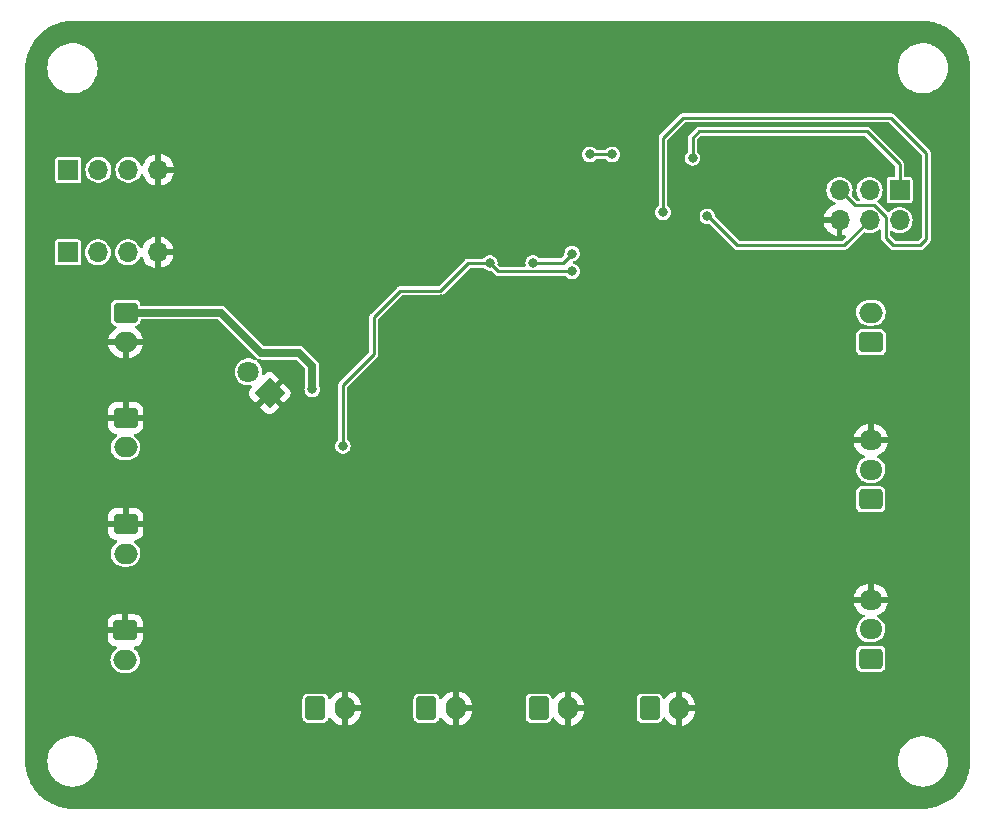
<source format=gbl>
G04 #@! TF.GenerationSoftware,KiCad,Pcbnew,7.0.5*
G04 #@! TF.CreationDate,2024-08-04T19:03:28+08:00*
G04 #@! TF.ProjectId,Vehicle_Control_Unit_VCU_V1,56656869-636c-4655-9f43-6f6e74726f6c,rev?*
G04 #@! TF.SameCoordinates,Original*
G04 #@! TF.FileFunction,Copper,L2,Bot*
G04 #@! TF.FilePolarity,Positive*
%FSLAX46Y46*%
G04 Gerber Fmt 4.6, Leading zero omitted, Abs format (unit mm)*
G04 Created by KiCad (PCBNEW 7.0.5) date 2024-08-04 19:03:28*
%MOMM*%
%LPD*%
G01*
G04 APERTURE LIST*
G04 Aperture macros list*
%AMRoundRect*
0 Rectangle with rounded corners*
0 $1 Rounding radius*
0 $2 $3 $4 $5 $6 $7 $8 $9 X,Y pos of 4 corners*
0 Add a 4 corners polygon primitive as box body*
4,1,4,$2,$3,$4,$5,$6,$7,$8,$9,$2,$3,0*
0 Add four circle primitives for the rounded corners*
1,1,$1+$1,$2,$3*
1,1,$1+$1,$4,$5*
1,1,$1+$1,$6,$7*
1,1,$1+$1,$8,$9*
0 Add four rect primitives between the rounded corners*
20,1,$1+$1,$2,$3,$4,$5,0*
20,1,$1+$1,$4,$5,$6,$7,0*
20,1,$1+$1,$6,$7,$8,$9,0*
20,1,$1+$1,$8,$9,$2,$3,0*%
%AMRotRect*
0 Rectangle, with rotation*
0 The origin of the aperture is its center*
0 $1 length*
0 $2 width*
0 $3 Rotation angle, in degrees counterclockwise*
0 Add horizontal line*
21,1,$1,$2,0,0,$3*%
G04 Aperture macros list end*
G04 #@! TA.AperFunction,ComponentPad*
%ADD10RoundRect,0.250000X-0.750000X0.600000X-0.750000X-0.600000X0.750000X-0.600000X0.750000X0.600000X0*%
G04 #@! TD*
G04 #@! TA.AperFunction,ComponentPad*
%ADD11O,2.000000X1.700000*%
G04 #@! TD*
G04 #@! TA.AperFunction,ComponentPad*
%ADD12RotRect,1.800000X1.800000X135.000000*%
G04 #@! TD*
G04 #@! TA.AperFunction,ComponentPad*
%ADD13C,1.800000*%
G04 #@! TD*
G04 #@! TA.AperFunction,ComponentPad*
%ADD14RoundRect,0.250000X0.725000X-0.600000X0.725000X0.600000X-0.725000X0.600000X-0.725000X-0.600000X0*%
G04 #@! TD*
G04 #@! TA.AperFunction,ComponentPad*
%ADD15O,1.950000X1.700000*%
G04 #@! TD*
G04 #@! TA.AperFunction,ComponentPad*
%ADD16RoundRect,0.250000X0.750000X-0.600000X0.750000X0.600000X-0.750000X0.600000X-0.750000X-0.600000X0*%
G04 #@! TD*
G04 #@! TA.AperFunction,ComponentPad*
%ADD17RoundRect,0.250000X-0.600000X-0.750000X0.600000X-0.750000X0.600000X0.750000X-0.600000X0.750000X0*%
G04 #@! TD*
G04 #@! TA.AperFunction,ComponentPad*
%ADD18O,1.700000X2.000000*%
G04 #@! TD*
G04 #@! TA.AperFunction,ComponentPad*
%ADD19R,1.700000X1.700000*%
G04 #@! TD*
G04 #@! TA.AperFunction,ComponentPad*
%ADD20O,1.700000X1.700000*%
G04 #@! TD*
G04 #@! TA.AperFunction,ViaPad*
%ADD21C,0.800000*%
G04 #@! TD*
G04 #@! TA.AperFunction,Conductor*
%ADD22C,0.254000*%
G04 #@! TD*
G04 #@! TA.AperFunction,Conductor*
%ADD23C,0.635000*%
G04 #@! TD*
G04 APERTURE END LIST*
D10*
X122350000Y-111500000D03*
D11*
X122350000Y-114000000D03*
D12*
X134551561Y-100401561D03*
D13*
X132755510Y-98605510D03*
D14*
X185450000Y-109400000D03*
D15*
X185450000Y-106900000D03*
X185450000Y-104400000D03*
D16*
X185450000Y-96100000D03*
D11*
X185450000Y-93600000D03*
D14*
X185450000Y-122900000D03*
D15*
X185450000Y-120400000D03*
X185450000Y-117900000D03*
D17*
X138425000Y-127100000D03*
D18*
X140925000Y-127100000D03*
D19*
X117510000Y-81500000D03*
D20*
X120050000Y-81500000D03*
X122590000Y-81500000D03*
X125130000Y-81500000D03*
D19*
X187875000Y-83225000D03*
D20*
X187875000Y-85765000D03*
X185335000Y-83225000D03*
X185335000Y-85765000D03*
X182795000Y-83225000D03*
X182795000Y-85765000D03*
D10*
X122350000Y-102500000D03*
D11*
X122350000Y-105000000D03*
D19*
X117450000Y-88500000D03*
D20*
X119990000Y-88500000D03*
X122530000Y-88500000D03*
X125070000Y-88500000D03*
D10*
X122325000Y-120500000D03*
D11*
X122325000Y-123000000D03*
D17*
X166725000Y-127100000D03*
D18*
X169225000Y-127100000D03*
D10*
X122350000Y-93600000D03*
D11*
X122350000Y-96100000D03*
D17*
X157325000Y-127100000D03*
D18*
X159825000Y-127100000D03*
D17*
X147825000Y-127100000D03*
D18*
X150325000Y-127100000D03*
D21*
X153350000Y-102500000D03*
X150250000Y-93700000D03*
X179350000Y-100800000D03*
X178850000Y-120000000D03*
X134550000Y-91900000D03*
X163450000Y-100900000D03*
X178950000Y-89000000D03*
X164350000Y-85200000D03*
X136950000Y-104900000D03*
X166150000Y-95600000D03*
X140850000Y-94450000D03*
X149041145Y-92473961D03*
X162050000Y-106000000D03*
X180650000Y-109400000D03*
X135350000Y-94450000D03*
X161350000Y-82800000D03*
X147250000Y-97800000D03*
X157650000Y-85200000D03*
X166550000Y-104600000D03*
X145350000Y-95800000D03*
X144850000Y-103000000D03*
X176680000Y-89800000D03*
X178850000Y-111000000D03*
X160150000Y-88600000D03*
X156850464Y-89373036D03*
X138150000Y-100100000D03*
X171600000Y-85450000D03*
X170350000Y-80500000D03*
X153184314Y-89400000D03*
X160150000Y-90100000D03*
X140750000Y-104900000D03*
X167850000Y-85100000D03*
X163550000Y-80200000D03*
X161650000Y-80200000D03*
D22*
X160150000Y-88600000D02*
X159376964Y-89373036D01*
X159376964Y-89373036D02*
X156850464Y-89373036D01*
D23*
X137050000Y-97000000D02*
X133850000Y-97000000D01*
X138150000Y-98100000D02*
X137050000Y-97000000D01*
X130450000Y-93600000D02*
X122350000Y-93600000D01*
X138150000Y-100100000D02*
X138150000Y-98100000D01*
X133850000Y-97000000D02*
X130450000Y-93600000D01*
D22*
X171600000Y-85450000D02*
X171700000Y-85450000D01*
X183200000Y-87900000D02*
X185335000Y-85765000D01*
X171700000Y-85450000D02*
X174150000Y-87900000D01*
X174150000Y-87900000D02*
X183200000Y-87900000D01*
X170350000Y-78800000D02*
X170896000Y-78254000D01*
X170896000Y-78254000D02*
X185104000Y-78254000D01*
X185104000Y-78254000D02*
X187875000Y-81025000D01*
X170350000Y-80500000D02*
X170350000Y-78800000D01*
X187875000Y-81025000D02*
X187875000Y-83225000D01*
X185734530Y-84500000D02*
X184070000Y-84500000D01*
X169550000Y-77100000D02*
X187150000Y-77100000D01*
X153884314Y-90100000D02*
X160150000Y-90100000D01*
X167850000Y-85100000D02*
X167850000Y-78800000D01*
X153184314Y-89400000D02*
X153884314Y-90100000D01*
X190150000Y-80100000D02*
X190150000Y-87400000D01*
X189650000Y-87900000D02*
X187350000Y-87900000D01*
X145603500Y-91746500D02*
X143350000Y-94000000D01*
X151350000Y-89400000D02*
X149003500Y-91746500D01*
X187350000Y-87900000D02*
X186698000Y-87248000D01*
X190150000Y-87400000D02*
X189650000Y-87900000D01*
X143350000Y-97100000D02*
X140750000Y-99700000D01*
X140750000Y-99700000D02*
X140750000Y-104900000D01*
X167850000Y-78800000D02*
X169550000Y-77100000D01*
X184070000Y-84500000D02*
X182795000Y-83225000D01*
X186698000Y-87248000D02*
X186698000Y-85463470D01*
X153184314Y-89400000D02*
X151350000Y-89400000D01*
X186698000Y-85463470D02*
X185734530Y-84500000D01*
X149003500Y-91746500D02*
X145603500Y-91746500D01*
X187150000Y-77100000D02*
X190150000Y-80100000D01*
X143350000Y-94000000D02*
X143350000Y-97100000D01*
X163550000Y-80200000D02*
X161650000Y-80200000D01*
G04 #@! TA.AperFunction,Conductor*
G36*
X189851424Y-68900566D02*
G01*
X190022753Y-68908487D01*
X190086738Y-68911630D01*
X190222549Y-68918302D01*
X190228048Y-68918819D01*
X190413331Y-68944665D01*
X190599828Y-68972329D01*
X190604875Y-68973295D01*
X190789356Y-69016685D01*
X190970221Y-69061989D01*
X190974804Y-69063329D01*
X191155081Y-69123752D01*
X191156035Y-69124083D01*
X191330325Y-69186445D01*
X191334471Y-69188100D01*
X191508716Y-69265037D01*
X191510181Y-69265707D01*
X191584782Y-69300989D01*
X191676997Y-69344604D01*
X191680613Y-69346464D01*
X191847334Y-69439328D01*
X191848940Y-69440256D01*
X192006988Y-69534986D01*
X192010101Y-69536984D01*
X192096360Y-69596072D01*
X192167659Y-69644913D01*
X192169539Y-69646253D01*
X192317376Y-69755897D01*
X192320018Y-69757971D01*
X192467035Y-69880053D01*
X192468973Y-69881735D01*
X192605321Y-70005314D01*
X192607514Y-70007402D01*
X192742596Y-70142484D01*
X192744687Y-70144680D01*
X192868258Y-70281019D01*
X192869952Y-70282971D01*
X192988807Y-70426103D01*
X192992021Y-70429973D01*
X192994110Y-70432632D01*
X193090352Y-70562400D01*
X193103734Y-70580444D01*
X193105085Y-70582339D01*
X193213003Y-70739879D01*
X193215023Y-70743029D01*
X193309707Y-70900998D01*
X193310692Y-70902702D01*
X193403527Y-71069372D01*
X193405411Y-71073034D01*
X193484291Y-71239817D01*
X193484961Y-71241282D01*
X193561898Y-71415527D01*
X193563557Y-71419684D01*
X193625877Y-71593855D01*
X193626288Y-71595040D01*
X193686662Y-71775173D01*
X193688019Y-71779813D01*
X193733321Y-71960672D01*
X193776696Y-72145090D01*
X193777672Y-72150190D01*
X193805336Y-72336687D01*
X193831177Y-72521933D01*
X193831697Y-72527460D01*
X193841520Y-72727416D01*
X193849434Y-72898576D01*
X193849500Y-72901440D01*
X193849500Y-131598559D01*
X193849434Y-131601423D01*
X193841520Y-131772583D01*
X193831697Y-131972538D01*
X193831177Y-131978065D01*
X193805336Y-132163311D01*
X193777672Y-132349808D01*
X193776696Y-132354908D01*
X193733321Y-132539326D01*
X193688019Y-132720185D01*
X193686662Y-132724825D01*
X193626288Y-132904958D01*
X193625877Y-132906143D01*
X193563557Y-133080314D01*
X193561898Y-133084471D01*
X193484961Y-133258716D01*
X193484291Y-133260181D01*
X193405411Y-133426964D01*
X193403527Y-133430626D01*
X193310692Y-133597296D01*
X193309707Y-133599000D01*
X193215033Y-133756954D01*
X193213003Y-133760119D01*
X193105085Y-133917659D01*
X193103734Y-133919554D01*
X192994122Y-134067350D01*
X192992021Y-134070025D01*
X192869993Y-134216980D01*
X192868232Y-134219009D01*
X192744695Y-134355310D01*
X192742596Y-134357514D01*
X192607514Y-134492596D01*
X192605310Y-134494695D01*
X192469009Y-134618232D01*
X192466980Y-134619993D01*
X192320025Y-134742021D01*
X192317350Y-134744122D01*
X192169554Y-134853734D01*
X192167659Y-134855085D01*
X192010119Y-134963003D01*
X192006954Y-134965033D01*
X191849000Y-135059707D01*
X191847296Y-135060692D01*
X191680626Y-135153527D01*
X191676964Y-135155411D01*
X191510181Y-135234291D01*
X191508716Y-135234961D01*
X191334471Y-135311898D01*
X191330314Y-135313557D01*
X191156143Y-135375877D01*
X191154958Y-135376288D01*
X190974825Y-135436662D01*
X190970185Y-135438019D01*
X190789326Y-135483321D01*
X190604908Y-135526696D01*
X190599808Y-135527672D01*
X190413311Y-135555336D01*
X190228065Y-135581177D01*
X190222538Y-135581697D01*
X190022753Y-135591511D01*
X189851425Y-135599434D01*
X189848561Y-135599500D01*
X117851439Y-135599500D01*
X117848575Y-135599434D01*
X117677245Y-135591511D01*
X117477460Y-135581697D01*
X117471933Y-135581177D01*
X117286687Y-135555336D01*
X117100190Y-135527672D01*
X117095090Y-135526696D01*
X116910672Y-135483321D01*
X116729813Y-135438019D01*
X116725173Y-135436662D01*
X116545040Y-135376288D01*
X116543855Y-135375877D01*
X116369684Y-135313557D01*
X116365527Y-135311898D01*
X116191282Y-135234961D01*
X116189817Y-135234291D01*
X116044852Y-135165730D01*
X116023026Y-135155406D01*
X116019372Y-135153527D01*
X115852702Y-135060692D01*
X115851019Y-135059719D01*
X115693029Y-134965023D01*
X115689879Y-134963003D01*
X115532339Y-134855085D01*
X115530444Y-134853734D01*
X115512400Y-134840352D01*
X115382632Y-134744110D01*
X115379973Y-134742021D01*
X115376103Y-134738807D01*
X115232971Y-134619952D01*
X115231019Y-134618258D01*
X115094680Y-134494687D01*
X115092484Y-134492596D01*
X114957402Y-134357514D01*
X114955314Y-134355321D01*
X114831735Y-134218973D01*
X114830053Y-134217035D01*
X114707971Y-134070018D01*
X114705897Y-134067376D01*
X114596253Y-133919539D01*
X114594913Y-133917659D01*
X114557637Y-133863243D01*
X114486984Y-133760101D01*
X114484986Y-133756988D01*
X114390256Y-133598940D01*
X114389328Y-133597334D01*
X114296464Y-133430613D01*
X114294604Y-133426997D01*
X114250173Y-133333055D01*
X114215707Y-133260181D01*
X114215037Y-133258716D01*
X114138100Y-133084471D01*
X114136441Y-133080314D01*
X114074083Y-132906035D01*
X114073752Y-132905081D01*
X114013329Y-132724804D01*
X114011989Y-132720221D01*
X113966678Y-132539326D01*
X113923295Y-132354875D01*
X113922329Y-132349828D01*
X113894662Y-132163311D01*
X113868819Y-131978048D01*
X113868302Y-131972549D01*
X113863951Y-131883981D01*
X113858479Y-131772582D01*
X113850566Y-131601424D01*
X113850533Y-131600000D01*
X115723222Y-131600000D01*
X115743030Y-131889596D01*
X115743031Y-131889598D01*
X115802085Y-132173786D01*
X115802090Y-132173803D01*
X115899294Y-132447309D01*
X116032840Y-132705041D01*
X116032844Y-132705047D01*
X116200231Y-132942181D01*
X116398364Y-133154329D01*
X116476150Y-133217612D01*
X116623529Y-133337514D01*
X116623531Y-133337515D01*
X116623532Y-133337516D01*
X116871545Y-133488336D01*
X117010610Y-133548740D01*
X117137785Y-133603980D01*
X117417294Y-133682294D01*
X117661619Y-133715876D01*
X117704863Y-133721820D01*
X117704864Y-133721820D01*
X117995137Y-133721820D01*
X118038381Y-133715876D01*
X118282706Y-133682294D01*
X118562215Y-133603980D01*
X118828456Y-133488335D01*
X119076471Y-133337514D01*
X119301639Y-133154326D01*
X119499766Y-132942184D01*
X119667160Y-132705040D01*
X119800705Y-132447311D01*
X119897911Y-132173798D01*
X119897912Y-132173791D01*
X119897914Y-132173786D01*
X119940463Y-131969027D01*
X119956969Y-131889596D01*
X119976778Y-131600000D01*
X187723222Y-131600000D01*
X187743030Y-131889596D01*
X187743031Y-131889598D01*
X187802085Y-132173786D01*
X187802090Y-132173803D01*
X187899294Y-132447309D01*
X188032840Y-132705041D01*
X188032844Y-132705047D01*
X188200231Y-132942181D01*
X188398364Y-133154329D01*
X188476150Y-133217612D01*
X188623529Y-133337514D01*
X188623531Y-133337515D01*
X188623532Y-133337516D01*
X188871545Y-133488336D01*
X189010610Y-133548740D01*
X189137785Y-133603980D01*
X189417294Y-133682294D01*
X189661619Y-133715876D01*
X189704863Y-133721820D01*
X189704864Y-133721820D01*
X189995137Y-133721820D01*
X190038381Y-133715876D01*
X190282706Y-133682294D01*
X190562215Y-133603980D01*
X190828456Y-133488335D01*
X191076471Y-133337514D01*
X191301639Y-133154326D01*
X191499766Y-132942184D01*
X191667160Y-132705040D01*
X191800705Y-132447311D01*
X191897911Y-132173798D01*
X191897912Y-132173791D01*
X191897914Y-132173786D01*
X191940463Y-131969027D01*
X191956969Y-131889596D01*
X191976778Y-131600000D01*
X191958237Y-131328943D01*
X191956969Y-131310403D01*
X191956968Y-131310401D01*
X191897914Y-131026213D01*
X191897909Y-131026196D01*
X191871527Y-130951964D01*
X191800705Y-130752689D01*
X191667160Y-130494960D01*
X191667159Y-130494958D01*
X191667155Y-130494952D01*
X191499768Y-130257818D01*
X191301635Y-130045670D01*
X191133715Y-129909057D01*
X191076471Y-129862486D01*
X191076469Y-129862485D01*
X191076467Y-129862483D01*
X190828454Y-129711663D01*
X190562218Y-129596021D01*
X190562216Y-129596020D01*
X190562215Y-129596020D01*
X190509197Y-129581165D01*
X190282712Y-129517707D01*
X190282707Y-129517706D01*
X190282706Y-129517706D01*
X190138921Y-129497942D01*
X189995137Y-129478180D01*
X189995136Y-129478180D01*
X189704864Y-129478180D01*
X189704863Y-129478180D01*
X189417294Y-129517706D01*
X189417287Y-129517707D01*
X189137781Y-129596021D01*
X188871545Y-129711663D01*
X188623532Y-129862483D01*
X188398364Y-130045670D01*
X188200231Y-130257818D01*
X188032844Y-130494952D01*
X188032840Y-130494958D01*
X187899294Y-130752690D01*
X187802090Y-131026196D01*
X187802085Y-131026213D01*
X187743031Y-131310401D01*
X187743030Y-131310403D01*
X187723222Y-131600000D01*
X119976778Y-131600000D01*
X119958237Y-131328943D01*
X119956969Y-131310403D01*
X119956968Y-131310401D01*
X119897914Y-131026213D01*
X119897909Y-131026196D01*
X119871527Y-130951964D01*
X119800705Y-130752689D01*
X119667160Y-130494960D01*
X119667159Y-130494958D01*
X119667155Y-130494952D01*
X119499768Y-130257818D01*
X119301635Y-130045670D01*
X119133715Y-129909057D01*
X119076471Y-129862486D01*
X119076469Y-129862485D01*
X119076467Y-129862483D01*
X118828454Y-129711663D01*
X118562218Y-129596021D01*
X118562216Y-129596020D01*
X118562215Y-129596020D01*
X118509197Y-129581165D01*
X118282712Y-129517707D01*
X118282707Y-129517706D01*
X118282706Y-129517706D01*
X118138920Y-129497942D01*
X117995137Y-129478180D01*
X117995136Y-129478180D01*
X117704864Y-129478180D01*
X117704863Y-129478180D01*
X117417294Y-129517706D01*
X117417287Y-129517707D01*
X117137781Y-129596021D01*
X116871545Y-129711663D01*
X116623532Y-129862483D01*
X116398364Y-130045670D01*
X116200231Y-130257818D01*
X116032844Y-130494952D01*
X116032840Y-130494958D01*
X115899294Y-130752690D01*
X115802090Y-131026196D01*
X115802085Y-131026213D01*
X115743031Y-131310401D01*
X115743030Y-131310403D01*
X115723222Y-131600000D01*
X113850533Y-131600000D01*
X113850500Y-131598560D01*
X113850500Y-127897870D01*
X137324500Y-127897870D01*
X137324501Y-127897876D01*
X137330908Y-127957483D01*
X137381202Y-128092328D01*
X137381206Y-128092335D01*
X137467452Y-128207544D01*
X137467455Y-128207547D01*
X137582664Y-128293793D01*
X137582671Y-128293797D01*
X137717517Y-128344091D01*
X137717516Y-128344091D01*
X137724444Y-128344835D01*
X137777127Y-128350500D01*
X139072872Y-128350499D01*
X139132483Y-128344091D01*
X139267331Y-128293796D01*
X139382546Y-128207546D01*
X139468796Y-128092331D01*
X139519091Y-127957483D01*
X139519092Y-127957472D01*
X139519778Y-127954571D01*
X139520936Y-127952536D01*
X139521802Y-127950215D01*
X139522177Y-127950355D01*
X139554345Y-127893851D01*
X139616252Y-127861458D01*
X139685845Y-127867678D01*
X139741027Y-127910534D01*
X139748382Y-127923066D01*
X139748692Y-127922888D01*
X139751400Y-127927579D01*
X139886886Y-128121073D01*
X139886891Y-128121079D01*
X140053917Y-128288105D01*
X140247421Y-128423600D01*
X140461507Y-128523429D01*
X140461516Y-128523433D01*
X140675000Y-128580634D01*
X140675000Y-127535501D01*
X140782685Y-127584680D01*
X140889237Y-127600000D01*
X140960763Y-127600000D01*
X141067315Y-127584680D01*
X141175000Y-127535501D01*
X141175000Y-128580633D01*
X141388483Y-128523433D01*
X141388492Y-128523429D01*
X141602577Y-128423600D01*
X141602579Y-128423599D01*
X141796073Y-128288113D01*
X141796079Y-128288108D01*
X141963108Y-128121079D01*
X141963113Y-128121073D01*
X142098599Y-127927579D01*
X142098600Y-127927577D01*
X142112453Y-127897870D01*
X146724500Y-127897870D01*
X146724501Y-127897876D01*
X146730908Y-127957483D01*
X146781202Y-128092328D01*
X146781206Y-128092335D01*
X146867452Y-128207544D01*
X146867455Y-128207547D01*
X146982664Y-128293793D01*
X146982671Y-128293797D01*
X147117517Y-128344091D01*
X147117516Y-128344091D01*
X147124444Y-128344835D01*
X147177127Y-128350500D01*
X148472872Y-128350499D01*
X148532483Y-128344091D01*
X148667331Y-128293796D01*
X148782546Y-128207546D01*
X148868796Y-128092331D01*
X148919091Y-127957483D01*
X148919092Y-127957472D01*
X148919778Y-127954571D01*
X148920936Y-127952536D01*
X148921802Y-127950215D01*
X148922177Y-127950355D01*
X148954345Y-127893851D01*
X149016252Y-127861458D01*
X149085845Y-127867678D01*
X149141027Y-127910534D01*
X149148382Y-127923066D01*
X149148692Y-127922888D01*
X149151400Y-127927579D01*
X149286886Y-128121073D01*
X149286891Y-128121079D01*
X149453917Y-128288105D01*
X149647421Y-128423600D01*
X149861507Y-128523429D01*
X149861516Y-128523433D01*
X150075000Y-128580634D01*
X150075000Y-127535501D01*
X150182685Y-127584680D01*
X150289237Y-127600000D01*
X150360763Y-127600000D01*
X150467315Y-127584680D01*
X150575000Y-127535501D01*
X150575000Y-128580633D01*
X150788483Y-128523433D01*
X150788492Y-128523429D01*
X151002577Y-128423600D01*
X151002579Y-128423599D01*
X151196073Y-128288113D01*
X151196079Y-128288108D01*
X151363108Y-128121079D01*
X151363113Y-128121073D01*
X151498599Y-127927579D01*
X151498600Y-127927577D01*
X151512453Y-127897870D01*
X156224500Y-127897870D01*
X156224501Y-127897876D01*
X156230908Y-127957483D01*
X156281202Y-128092328D01*
X156281206Y-128092335D01*
X156367452Y-128207544D01*
X156367455Y-128207547D01*
X156482664Y-128293793D01*
X156482671Y-128293797D01*
X156617517Y-128344091D01*
X156617516Y-128344091D01*
X156624444Y-128344835D01*
X156677127Y-128350500D01*
X157972872Y-128350499D01*
X158032483Y-128344091D01*
X158167331Y-128293796D01*
X158282546Y-128207546D01*
X158368796Y-128092331D01*
X158419091Y-127957483D01*
X158419092Y-127957472D01*
X158419778Y-127954571D01*
X158420936Y-127952536D01*
X158421802Y-127950215D01*
X158422177Y-127950355D01*
X158454345Y-127893851D01*
X158516252Y-127861458D01*
X158585845Y-127867678D01*
X158641027Y-127910534D01*
X158648382Y-127923066D01*
X158648692Y-127922888D01*
X158651400Y-127927579D01*
X158786886Y-128121073D01*
X158786891Y-128121079D01*
X158953917Y-128288105D01*
X159147421Y-128423600D01*
X159361507Y-128523429D01*
X159361516Y-128523433D01*
X159575000Y-128580634D01*
X159575000Y-127535501D01*
X159682685Y-127584680D01*
X159789237Y-127600000D01*
X159860763Y-127600000D01*
X159967315Y-127584680D01*
X160075000Y-127535501D01*
X160075000Y-128580633D01*
X160288483Y-128523433D01*
X160288492Y-128523429D01*
X160502577Y-128423600D01*
X160502579Y-128423599D01*
X160696073Y-128288113D01*
X160696079Y-128288108D01*
X160863108Y-128121079D01*
X160863113Y-128121073D01*
X160998599Y-127927579D01*
X160998600Y-127927577D01*
X161012453Y-127897870D01*
X165624500Y-127897870D01*
X165624501Y-127897876D01*
X165630908Y-127957483D01*
X165681202Y-128092328D01*
X165681206Y-128092335D01*
X165767452Y-128207544D01*
X165767455Y-128207547D01*
X165882664Y-128293793D01*
X165882671Y-128293797D01*
X166017517Y-128344091D01*
X166017516Y-128344091D01*
X166024444Y-128344835D01*
X166077127Y-128350500D01*
X167372872Y-128350499D01*
X167432483Y-128344091D01*
X167567331Y-128293796D01*
X167682546Y-128207546D01*
X167768796Y-128092331D01*
X167819091Y-127957483D01*
X167819092Y-127957472D01*
X167819778Y-127954571D01*
X167820936Y-127952536D01*
X167821802Y-127950215D01*
X167822177Y-127950355D01*
X167854345Y-127893851D01*
X167916252Y-127861458D01*
X167985845Y-127867678D01*
X168041027Y-127910534D01*
X168048382Y-127923066D01*
X168048692Y-127922888D01*
X168051400Y-127927579D01*
X168186886Y-128121073D01*
X168186891Y-128121079D01*
X168353917Y-128288105D01*
X168547421Y-128423600D01*
X168761507Y-128523429D01*
X168761516Y-128523433D01*
X168975000Y-128580634D01*
X168975000Y-127535501D01*
X169082685Y-127584680D01*
X169189237Y-127600000D01*
X169260763Y-127600000D01*
X169367315Y-127584680D01*
X169475000Y-127535501D01*
X169475000Y-128580633D01*
X169688483Y-128523433D01*
X169688492Y-128523429D01*
X169902577Y-128423600D01*
X169902579Y-128423599D01*
X170096073Y-128288113D01*
X170096079Y-128288108D01*
X170263108Y-128121079D01*
X170263113Y-128121073D01*
X170398599Y-127927579D01*
X170398600Y-127927577D01*
X170498429Y-127713492D01*
X170498433Y-127713483D01*
X170559567Y-127485326D01*
X170559569Y-127485315D01*
X170571407Y-127350000D01*
X169658686Y-127350000D01*
X169684493Y-127309844D01*
X169725000Y-127171889D01*
X169725000Y-127028111D01*
X169684493Y-126890156D01*
X169658686Y-126850000D01*
X170571407Y-126850000D01*
X170571407Y-126849999D01*
X170559569Y-126714684D01*
X170559567Y-126714673D01*
X170498433Y-126486516D01*
X170498429Y-126486507D01*
X170398600Y-126272422D01*
X170398599Y-126272420D01*
X170263113Y-126078926D01*
X170263108Y-126078920D01*
X170096082Y-125911894D01*
X169902578Y-125776399D01*
X169688492Y-125676570D01*
X169688486Y-125676567D01*
X169475000Y-125619364D01*
X169475000Y-126664498D01*
X169367315Y-126615320D01*
X169260763Y-126600000D01*
X169189237Y-126600000D01*
X169082685Y-126615320D01*
X168975000Y-126664498D01*
X168975000Y-125619364D01*
X168974999Y-125619364D01*
X168761513Y-125676567D01*
X168761507Y-125676570D01*
X168547422Y-125776399D01*
X168547420Y-125776400D01*
X168353926Y-125911886D01*
X168353920Y-125911891D01*
X168186891Y-126078920D01*
X168186886Y-126078926D01*
X168051400Y-126272420D01*
X168048692Y-126277112D01*
X168046902Y-126276078D01*
X168006660Y-126321776D01*
X167939465Y-126340922D01*
X167872585Y-126320701D01*
X167827255Y-126267532D01*
X167819782Y-126245442D01*
X167819090Y-126242514D01*
X167768797Y-126107671D01*
X167768793Y-126107664D01*
X167682547Y-125992455D01*
X167682544Y-125992452D01*
X167567335Y-125906206D01*
X167567328Y-125906202D01*
X167432482Y-125855908D01*
X167432483Y-125855908D01*
X167372883Y-125849501D01*
X167372881Y-125849500D01*
X167372873Y-125849500D01*
X167372864Y-125849500D01*
X166077129Y-125849500D01*
X166077123Y-125849501D01*
X166017516Y-125855908D01*
X165882671Y-125906202D01*
X165882664Y-125906206D01*
X165767455Y-125992452D01*
X165767452Y-125992455D01*
X165681206Y-126107664D01*
X165681202Y-126107671D01*
X165630908Y-126242517D01*
X165624501Y-126302116D01*
X165624500Y-126302135D01*
X165624500Y-127897870D01*
X161012453Y-127897870D01*
X161098429Y-127713492D01*
X161098433Y-127713483D01*
X161159567Y-127485326D01*
X161159569Y-127485315D01*
X161171407Y-127350000D01*
X160258686Y-127350000D01*
X160284493Y-127309844D01*
X160325000Y-127171889D01*
X160325000Y-127028111D01*
X160284493Y-126890156D01*
X160258686Y-126850000D01*
X161171407Y-126850000D01*
X161171407Y-126849999D01*
X161159569Y-126714684D01*
X161159567Y-126714673D01*
X161098433Y-126486516D01*
X161098429Y-126486507D01*
X160998600Y-126272422D01*
X160998599Y-126272420D01*
X160863113Y-126078926D01*
X160863108Y-126078920D01*
X160696082Y-125911894D01*
X160502578Y-125776399D01*
X160288492Y-125676570D01*
X160288486Y-125676567D01*
X160075000Y-125619364D01*
X160075000Y-126664498D01*
X159967315Y-126615320D01*
X159860763Y-126600000D01*
X159789237Y-126600000D01*
X159682685Y-126615320D01*
X159575000Y-126664498D01*
X159575000Y-125619364D01*
X159574999Y-125619364D01*
X159361513Y-125676567D01*
X159361507Y-125676570D01*
X159147422Y-125776399D01*
X159147420Y-125776400D01*
X158953926Y-125911886D01*
X158953920Y-125911891D01*
X158786891Y-126078920D01*
X158786886Y-126078926D01*
X158651400Y-126272420D01*
X158648692Y-126277112D01*
X158646902Y-126276078D01*
X158606660Y-126321776D01*
X158539465Y-126340922D01*
X158472585Y-126320701D01*
X158427255Y-126267532D01*
X158419782Y-126245442D01*
X158419090Y-126242514D01*
X158368797Y-126107671D01*
X158368793Y-126107664D01*
X158282547Y-125992455D01*
X158282544Y-125992452D01*
X158167335Y-125906206D01*
X158167328Y-125906202D01*
X158032482Y-125855908D01*
X158032483Y-125855908D01*
X157972883Y-125849501D01*
X157972881Y-125849500D01*
X157972873Y-125849500D01*
X157972864Y-125849500D01*
X156677129Y-125849500D01*
X156677123Y-125849501D01*
X156617516Y-125855908D01*
X156482671Y-125906202D01*
X156482664Y-125906206D01*
X156367455Y-125992452D01*
X156367452Y-125992455D01*
X156281206Y-126107664D01*
X156281202Y-126107671D01*
X156230908Y-126242517D01*
X156224501Y-126302116D01*
X156224500Y-126302135D01*
X156224500Y-127897870D01*
X151512453Y-127897870D01*
X151598429Y-127713492D01*
X151598433Y-127713483D01*
X151659567Y-127485326D01*
X151659569Y-127485315D01*
X151671407Y-127350000D01*
X150758686Y-127350000D01*
X150784493Y-127309844D01*
X150825000Y-127171889D01*
X150825000Y-127028111D01*
X150784493Y-126890156D01*
X150758686Y-126850000D01*
X151671407Y-126850000D01*
X151671407Y-126849999D01*
X151659569Y-126714684D01*
X151659567Y-126714673D01*
X151598433Y-126486516D01*
X151598429Y-126486507D01*
X151498600Y-126272422D01*
X151498599Y-126272420D01*
X151363113Y-126078926D01*
X151363108Y-126078920D01*
X151196082Y-125911894D01*
X151002578Y-125776399D01*
X150788492Y-125676570D01*
X150788486Y-125676567D01*
X150575000Y-125619364D01*
X150575000Y-126664498D01*
X150467315Y-126615320D01*
X150360763Y-126600000D01*
X150289237Y-126600000D01*
X150182685Y-126615320D01*
X150075000Y-126664498D01*
X150075000Y-125619364D01*
X150074999Y-125619364D01*
X149861513Y-125676567D01*
X149861507Y-125676570D01*
X149647422Y-125776399D01*
X149647420Y-125776400D01*
X149453926Y-125911886D01*
X149453920Y-125911891D01*
X149286891Y-126078920D01*
X149286886Y-126078926D01*
X149151400Y-126272420D01*
X149148692Y-126277112D01*
X149146902Y-126276078D01*
X149106660Y-126321776D01*
X149039465Y-126340922D01*
X148972585Y-126320701D01*
X148927255Y-126267532D01*
X148919782Y-126245442D01*
X148919090Y-126242514D01*
X148868797Y-126107671D01*
X148868793Y-126107664D01*
X148782547Y-125992455D01*
X148782544Y-125992452D01*
X148667335Y-125906206D01*
X148667328Y-125906202D01*
X148532482Y-125855908D01*
X148532483Y-125855908D01*
X148472883Y-125849501D01*
X148472881Y-125849500D01*
X148472873Y-125849500D01*
X148472864Y-125849500D01*
X147177129Y-125849500D01*
X147177123Y-125849501D01*
X147117516Y-125855908D01*
X146982671Y-125906202D01*
X146982664Y-125906206D01*
X146867455Y-125992452D01*
X146867452Y-125992455D01*
X146781206Y-126107664D01*
X146781202Y-126107671D01*
X146730908Y-126242517D01*
X146724501Y-126302116D01*
X146724500Y-126302135D01*
X146724500Y-127897870D01*
X142112453Y-127897870D01*
X142198429Y-127713492D01*
X142198433Y-127713483D01*
X142259567Y-127485326D01*
X142259569Y-127485315D01*
X142271407Y-127350000D01*
X141358686Y-127350000D01*
X141384493Y-127309844D01*
X141425000Y-127171889D01*
X141425000Y-127028111D01*
X141384493Y-126890156D01*
X141358686Y-126850000D01*
X142271407Y-126850000D01*
X142271407Y-126849999D01*
X142259569Y-126714684D01*
X142259567Y-126714673D01*
X142198433Y-126486516D01*
X142198429Y-126486507D01*
X142098600Y-126272422D01*
X142098599Y-126272420D01*
X141963113Y-126078926D01*
X141963108Y-126078920D01*
X141796082Y-125911894D01*
X141602578Y-125776399D01*
X141388492Y-125676570D01*
X141388486Y-125676567D01*
X141175000Y-125619364D01*
X141175000Y-126664498D01*
X141067315Y-126615320D01*
X140960763Y-126600000D01*
X140889237Y-126600000D01*
X140782685Y-126615320D01*
X140675000Y-126664498D01*
X140675000Y-125619364D01*
X140674999Y-125619364D01*
X140461513Y-125676567D01*
X140461507Y-125676570D01*
X140247422Y-125776399D01*
X140247420Y-125776400D01*
X140053926Y-125911886D01*
X140053920Y-125911891D01*
X139886891Y-126078920D01*
X139886886Y-126078926D01*
X139751400Y-126272420D01*
X139748692Y-126277112D01*
X139746902Y-126276078D01*
X139706660Y-126321776D01*
X139639465Y-126340922D01*
X139572585Y-126320701D01*
X139527255Y-126267532D01*
X139519782Y-126245442D01*
X139519090Y-126242514D01*
X139468797Y-126107671D01*
X139468793Y-126107664D01*
X139382547Y-125992455D01*
X139382544Y-125992452D01*
X139267335Y-125906206D01*
X139267328Y-125906202D01*
X139132482Y-125855908D01*
X139132483Y-125855908D01*
X139072883Y-125849501D01*
X139072881Y-125849500D01*
X139072873Y-125849500D01*
X139072864Y-125849500D01*
X137777129Y-125849500D01*
X137777123Y-125849501D01*
X137717516Y-125855908D01*
X137582671Y-125906202D01*
X137582664Y-125906206D01*
X137467455Y-125992452D01*
X137467452Y-125992455D01*
X137381206Y-126107664D01*
X137381202Y-126107671D01*
X137330908Y-126242517D01*
X137324501Y-126302116D01*
X137324500Y-126302135D01*
X137324500Y-127897870D01*
X113850500Y-127897870D01*
X113850500Y-120250000D01*
X120825000Y-120250000D01*
X121891314Y-120250000D01*
X121865507Y-120290156D01*
X121825000Y-120428111D01*
X121825000Y-120571889D01*
X121865507Y-120709844D01*
X121891314Y-120750000D01*
X120825001Y-120750000D01*
X120825001Y-121149986D01*
X120835494Y-121252697D01*
X120890641Y-121419119D01*
X120890643Y-121419124D01*
X120982684Y-121568345D01*
X121106654Y-121692315D01*
X121255875Y-121784356D01*
X121255880Y-121784358D01*
X121422302Y-121839505D01*
X121422310Y-121839506D01*
X121513674Y-121848840D01*
X121578366Y-121875236D01*
X121618517Y-121932416D01*
X121621381Y-122002227D01*
X121586047Y-122062504D01*
X121577725Y-122069668D01*
X121412112Y-122199909D01*
X121274478Y-122358746D01*
X121169398Y-122540750D01*
X121100656Y-122739365D01*
X121100656Y-122739367D01*
X121085804Y-122842670D01*
X121070746Y-122947401D01*
X121080745Y-123157327D01*
X121130296Y-123361578D01*
X121130298Y-123361582D01*
X121217598Y-123552743D01*
X121217601Y-123552748D01*
X121217602Y-123552750D01*
X121217604Y-123552753D01*
X121280627Y-123641256D01*
X121339515Y-123723953D01*
X121339520Y-123723959D01*
X121491620Y-123868985D01*
X121586578Y-123930011D01*
X121668428Y-123982613D01*
X121863543Y-124060725D01*
X121966729Y-124080612D01*
X122069914Y-124100500D01*
X122069915Y-124100500D01*
X122527419Y-124100500D01*
X122527425Y-124100500D01*
X122684218Y-124085528D01*
X122885875Y-124026316D01*
X123072682Y-123930011D01*
X123237886Y-123800092D01*
X123375519Y-123641256D01*
X123395019Y-123607482D01*
X123429436Y-123547870D01*
X184224500Y-123547870D01*
X184224501Y-123547876D01*
X184230908Y-123607483D01*
X184281202Y-123742328D01*
X184281206Y-123742335D01*
X184367452Y-123857544D01*
X184367455Y-123857547D01*
X184482664Y-123943793D01*
X184482671Y-123943797D01*
X184617517Y-123994091D01*
X184617516Y-123994091D01*
X184624444Y-123994835D01*
X184677127Y-124000500D01*
X186222872Y-124000499D01*
X186282483Y-123994091D01*
X186417331Y-123943796D01*
X186532546Y-123857546D01*
X186618796Y-123742331D01*
X186669091Y-123607483D01*
X186675500Y-123547873D01*
X186675499Y-122252128D01*
X186669091Y-122192517D01*
X186626097Y-122077245D01*
X186618797Y-122057671D01*
X186618793Y-122057664D01*
X186532547Y-121942455D01*
X186532544Y-121942452D01*
X186417335Y-121856206D01*
X186417328Y-121856202D01*
X186282482Y-121805908D01*
X186282483Y-121805908D01*
X186222883Y-121799501D01*
X186222881Y-121799500D01*
X186222873Y-121799500D01*
X186222864Y-121799500D01*
X184677129Y-121799500D01*
X184677123Y-121799501D01*
X184617516Y-121805908D01*
X184482671Y-121856202D01*
X184482664Y-121856206D01*
X184367455Y-121942452D01*
X184367452Y-121942455D01*
X184281206Y-122057664D01*
X184281202Y-122057671D01*
X184230908Y-122192517D01*
X184224501Y-122252116D01*
X184224501Y-122252123D01*
X184224500Y-122252135D01*
X184224500Y-123547870D01*
X123429436Y-123547870D01*
X123480601Y-123459249D01*
X123480600Y-123459249D01*
X123480604Y-123459244D01*
X123549344Y-123260633D01*
X123579254Y-123052602D01*
X123569254Y-122842670D01*
X123519704Y-122638424D01*
X123519701Y-122638417D01*
X123432401Y-122447256D01*
X123432398Y-122447251D01*
X123432397Y-122447250D01*
X123432396Y-122447247D01*
X123310486Y-122276048D01*
X123310484Y-122276046D01*
X123310479Y-122276040D01*
X123158379Y-122131014D01*
X123074713Y-122077245D01*
X123028958Y-122024441D01*
X123019015Y-121955283D01*
X123048040Y-121891727D01*
X123106819Y-121853953D01*
X123129152Y-121849572D01*
X123227696Y-121839505D01*
X123394119Y-121784358D01*
X123394124Y-121784356D01*
X123543345Y-121692315D01*
X123667315Y-121568345D01*
X123759356Y-121419124D01*
X123759358Y-121419119D01*
X123814505Y-121252697D01*
X123814506Y-121252690D01*
X123824999Y-121149986D01*
X123825000Y-121149973D01*
X123825000Y-120750000D01*
X122758686Y-120750000D01*
X122784493Y-120709844D01*
X122825000Y-120571889D01*
X122825000Y-120428111D01*
X122784493Y-120290156D01*
X122758686Y-120250000D01*
X123824999Y-120250000D01*
X123824999Y-119850028D01*
X123824998Y-119850013D01*
X123814505Y-119747302D01*
X123759358Y-119580880D01*
X123759356Y-119580875D01*
X123667315Y-119431654D01*
X123543345Y-119307684D01*
X123394124Y-119215643D01*
X123394119Y-119215641D01*
X123227697Y-119160494D01*
X123227690Y-119160493D01*
X123124986Y-119150000D01*
X122574999Y-119150000D01*
X122574999Y-120064498D01*
X122467315Y-120015320D01*
X122360763Y-120000000D01*
X122289237Y-120000000D01*
X122182685Y-120015320D01*
X122075000Y-120064498D01*
X122075000Y-119150000D01*
X121525028Y-119150000D01*
X121525012Y-119150001D01*
X121422302Y-119160494D01*
X121255880Y-119215641D01*
X121255875Y-119215643D01*
X121106654Y-119307684D01*
X120982684Y-119431654D01*
X120890643Y-119580875D01*
X120890641Y-119580880D01*
X120835494Y-119747302D01*
X120835493Y-119747309D01*
X120825000Y-119850013D01*
X120825000Y-120250000D01*
X113850500Y-120250000D01*
X113850500Y-118150000D01*
X183994364Y-118150000D01*
X184051567Y-118363486D01*
X184051570Y-118363492D01*
X184151399Y-118577577D01*
X184151400Y-118577579D01*
X184286886Y-118771073D01*
X184286891Y-118771079D01*
X184453920Y-118938108D01*
X184453926Y-118938113D01*
X184647420Y-119073599D01*
X184647422Y-119073600D01*
X184864060Y-119174620D01*
X184916499Y-119220792D01*
X184935651Y-119287986D01*
X184915435Y-119354867D01*
X184868475Y-119397218D01*
X184727313Y-119469991D01*
X184562116Y-119599905D01*
X184562112Y-119599909D01*
X184424478Y-119758746D01*
X184319398Y-119940750D01*
X184250656Y-120139365D01*
X184250656Y-120139367D01*
X184235804Y-120242670D01*
X184220746Y-120347401D01*
X184230745Y-120557327D01*
X184280296Y-120761578D01*
X184280298Y-120761582D01*
X184367598Y-120952743D01*
X184367601Y-120952748D01*
X184367602Y-120952750D01*
X184367604Y-120952753D01*
X184430627Y-121041256D01*
X184489515Y-121123953D01*
X184489520Y-121123959D01*
X184641620Y-121268985D01*
X184736578Y-121330011D01*
X184818428Y-121382613D01*
X185013543Y-121460725D01*
X185116728Y-121480612D01*
X185219914Y-121500500D01*
X185219915Y-121500500D01*
X185627419Y-121500500D01*
X185627425Y-121500500D01*
X185784218Y-121485528D01*
X185985875Y-121426316D01*
X186172682Y-121330011D01*
X186337886Y-121200092D01*
X186475519Y-121041256D01*
X186580604Y-120859244D01*
X186649344Y-120660633D01*
X186679254Y-120452602D01*
X186669254Y-120242670D01*
X186619704Y-120038424D01*
X186609153Y-120015320D01*
X186532401Y-119847256D01*
X186532398Y-119847251D01*
X186532397Y-119847250D01*
X186532396Y-119847247D01*
X186410486Y-119676048D01*
X186410484Y-119676046D01*
X186410479Y-119676040D01*
X186258379Y-119531014D01*
X186081571Y-119417386D01*
X186042801Y-119401865D01*
X185987880Y-119358674D01*
X185965028Y-119292647D01*
X185981501Y-119224747D01*
X186032069Y-119176532D01*
X186036484Y-119174366D01*
X186252573Y-119073602D01*
X186252579Y-119073599D01*
X186446073Y-118938113D01*
X186446079Y-118938108D01*
X186613105Y-118771082D01*
X186748600Y-118577578D01*
X186848429Y-118363492D01*
X186848432Y-118363486D01*
X186905636Y-118150000D01*
X185853969Y-118150000D01*
X185886519Y-118099351D01*
X185925000Y-117968295D01*
X185925000Y-117831705D01*
X185886519Y-117700649D01*
X185853969Y-117650000D01*
X186905636Y-117650000D01*
X186905635Y-117649999D01*
X186848432Y-117436513D01*
X186848429Y-117436507D01*
X186748600Y-117222422D01*
X186748599Y-117222420D01*
X186613113Y-117028926D01*
X186613108Y-117028920D01*
X186446079Y-116861891D01*
X186446073Y-116861886D01*
X186252579Y-116726400D01*
X186252577Y-116726399D01*
X186038492Y-116626570D01*
X186038483Y-116626566D01*
X185810326Y-116565432D01*
X185810316Y-116565430D01*
X185700000Y-116555778D01*
X185700000Y-117491981D01*
X185585199Y-117439554D01*
X185483975Y-117425000D01*
X185416025Y-117425000D01*
X185314801Y-117439554D01*
X185200000Y-117491981D01*
X185200000Y-116555778D01*
X185089683Y-116565430D01*
X185089673Y-116565432D01*
X184861516Y-116626566D01*
X184861507Y-116626570D01*
X184647422Y-116726399D01*
X184647420Y-116726400D01*
X184453926Y-116861886D01*
X184453920Y-116861891D01*
X184286894Y-117028917D01*
X184151399Y-117222421D01*
X184051570Y-117436507D01*
X184051567Y-117436513D01*
X183994364Y-117649999D01*
X183994364Y-117650000D01*
X185046031Y-117650000D01*
X185013481Y-117700649D01*
X184975000Y-117831705D01*
X184975000Y-117968295D01*
X185013481Y-118099351D01*
X185046031Y-118150000D01*
X183994364Y-118150000D01*
X113850500Y-118150000D01*
X113850500Y-111250000D01*
X120850000Y-111250000D01*
X121916314Y-111250000D01*
X121890507Y-111290156D01*
X121850000Y-111428111D01*
X121850000Y-111571889D01*
X121890507Y-111709844D01*
X121916314Y-111750000D01*
X120850001Y-111750000D01*
X120850001Y-112149986D01*
X120860494Y-112252697D01*
X120915641Y-112419119D01*
X120915643Y-112419124D01*
X121007684Y-112568345D01*
X121131654Y-112692315D01*
X121280875Y-112784356D01*
X121280880Y-112784358D01*
X121447302Y-112839505D01*
X121447310Y-112839506D01*
X121538674Y-112848840D01*
X121603366Y-112875236D01*
X121643517Y-112932416D01*
X121646381Y-113002227D01*
X121611047Y-113062504D01*
X121602725Y-113069668D01*
X121437112Y-113199909D01*
X121299478Y-113358746D01*
X121194398Y-113540750D01*
X121125656Y-113739365D01*
X121125656Y-113739367D01*
X121110804Y-113842670D01*
X121095746Y-113947401D01*
X121105745Y-114157327D01*
X121155296Y-114361578D01*
X121155298Y-114361582D01*
X121242598Y-114552743D01*
X121242601Y-114552748D01*
X121242602Y-114552750D01*
X121242604Y-114552753D01*
X121305627Y-114641256D01*
X121364515Y-114723953D01*
X121364520Y-114723959D01*
X121516620Y-114868985D01*
X121611578Y-114930011D01*
X121693428Y-114982613D01*
X121888543Y-115060725D01*
X121991728Y-115080612D01*
X122094914Y-115100500D01*
X122094915Y-115100500D01*
X122552419Y-115100500D01*
X122552425Y-115100500D01*
X122709218Y-115085528D01*
X122910875Y-115026316D01*
X123097682Y-114930011D01*
X123262886Y-114800092D01*
X123400519Y-114641256D01*
X123505604Y-114459244D01*
X123574344Y-114260633D01*
X123604254Y-114052602D01*
X123594254Y-113842670D01*
X123544704Y-113638424D01*
X123544701Y-113638417D01*
X123457401Y-113447256D01*
X123457398Y-113447251D01*
X123457397Y-113447250D01*
X123457396Y-113447247D01*
X123335486Y-113276048D01*
X123335484Y-113276046D01*
X123335479Y-113276040D01*
X123183379Y-113131014D01*
X123099713Y-113077245D01*
X123053958Y-113024441D01*
X123044015Y-112955283D01*
X123073040Y-112891727D01*
X123131819Y-112853953D01*
X123154152Y-112849572D01*
X123252696Y-112839505D01*
X123419119Y-112784358D01*
X123419124Y-112784356D01*
X123568345Y-112692315D01*
X123692315Y-112568345D01*
X123784356Y-112419124D01*
X123784358Y-112419119D01*
X123839505Y-112252697D01*
X123839506Y-112252690D01*
X123849999Y-112149986D01*
X123850000Y-112149973D01*
X123850000Y-111750000D01*
X122783686Y-111750000D01*
X122809493Y-111709844D01*
X122850000Y-111571889D01*
X122850000Y-111428111D01*
X122809493Y-111290156D01*
X122783686Y-111250000D01*
X123849999Y-111250000D01*
X123849999Y-110850028D01*
X123849998Y-110850013D01*
X123839505Y-110747302D01*
X123784358Y-110580880D01*
X123784356Y-110580875D01*
X123692315Y-110431654D01*
X123568345Y-110307684D01*
X123419124Y-110215643D01*
X123419119Y-110215641D01*
X123252697Y-110160494D01*
X123252690Y-110160493D01*
X123149986Y-110150000D01*
X122599999Y-110150000D01*
X122599999Y-111064498D01*
X122492315Y-111015320D01*
X122385763Y-111000000D01*
X122314237Y-111000000D01*
X122207685Y-111015320D01*
X122100000Y-111064498D01*
X122100000Y-110150000D01*
X121550028Y-110150000D01*
X121550012Y-110150001D01*
X121447302Y-110160494D01*
X121280880Y-110215641D01*
X121280875Y-110215643D01*
X121131654Y-110307684D01*
X121007684Y-110431654D01*
X120915643Y-110580875D01*
X120915641Y-110580880D01*
X120860494Y-110747302D01*
X120860493Y-110747309D01*
X120850000Y-110850013D01*
X120850000Y-111250000D01*
X113850500Y-111250000D01*
X113850500Y-110047870D01*
X184224500Y-110047870D01*
X184224501Y-110047876D01*
X184230908Y-110107483D01*
X184281202Y-110242328D01*
X184281206Y-110242335D01*
X184367452Y-110357544D01*
X184367455Y-110357547D01*
X184482664Y-110443793D01*
X184482671Y-110443797D01*
X184617517Y-110494091D01*
X184617516Y-110494091D01*
X184624444Y-110494835D01*
X184677127Y-110500500D01*
X186222872Y-110500499D01*
X186282483Y-110494091D01*
X186417331Y-110443796D01*
X186532546Y-110357546D01*
X186618796Y-110242331D01*
X186669091Y-110107483D01*
X186675500Y-110047873D01*
X186675499Y-108752128D01*
X186669091Y-108692517D01*
X186618796Y-108557669D01*
X186618795Y-108557668D01*
X186618793Y-108557664D01*
X186532547Y-108442455D01*
X186532544Y-108442452D01*
X186417335Y-108356206D01*
X186417328Y-108356202D01*
X186282482Y-108305908D01*
X186282483Y-108305908D01*
X186222883Y-108299501D01*
X186222881Y-108299500D01*
X186222873Y-108299500D01*
X186222864Y-108299500D01*
X184677129Y-108299500D01*
X184677123Y-108299501D01*
X184617516Y-108305908D01*
X184482671Y-108356202D01*
X184482664Y-108356206D01*
X184367455Y-108442452D01*
X184367452Y-108442455D01*
X184281206Y-108557664D01*
X184281202Y-108557671D01*
X184230908Y-108692517D01*
X184224501Y-108752116D01*
X184224501Y-108752123D01*
X184224500Y-108752135D01*
X184224500Y-110047870D01*
X113850500Y-110047870D01*
X113850500Y-102250000D01*
X120850000Y-102250000D01*
X121916314Y-102250000D01*
X121890507Y-102290156D01*
X121850000Y-102428111D01*
X121850000Y-102571889D01*
X121890507Y-102709844D01*
X121916314Y-102750000D01*
X120850001Y-102750000D01*
X120850001Y-103149986D01*
X120860494Y-103252697D01*
X120915641Y-103419119D01*
X120915643Y-103419124D01*
X121007684Y-103568345D01*
X121131654Y-103692315D01*
X121280875Y-103784356D01*
X121280880Y-103784358D01*
X121447302Y-103839505D01*
X121447310Y-103839506D01*
X121538674Y-103848840D01*
X121603366Y-103875236D01*
X121643517Y-103932416D01*
X121646381Y-104002227D01*
X121611047Y-104062504D01*
X121602725Y-104069668D01*
X121437112Y-104199909D01*
X121299478Y-104358746D01*
X121194398Y-104540750D01*
X121125656Y-104739365D01*
X121125656Y-104739367D01*
X121110804Y-104842670D01*
X121095746Y-104947401D01*
X121105745Y-105157327D01*
X121155296Y-105361578D01*
X121155298Y-105361582D01*
X121242598Y-105552743D01*
X121242601Y-105552748D01*
X121242602Y-105552750D01*
X121242604Y-105552753D01*
X121362264Y-105720792D01*
X121364515Y-105723953D01*
X121364520Y-105723959D01*
X121516620Y-105868985D01*
X121611578Y-105930011D01*
X121693428Y-105982613D01*
X121888543Y-106060725D01*
X121991728Y-106080612D01*
X122094914Y-106100500D01*
X122094915Y-106100500D01*
X122552419Y-106100500D01*
X122552425Y-106100500D01*
X122709218Y-106085528D01*
X122910875Y-106026316D01*
X123097682Y-105930011D01*
X123262886Y-105800092D01*
X123400519Y-105641256D01*
X123505604Y-105459244D01*
X123574344Y-105260633D01*
X123604254Y-105052602D01*
X123596985Y-104900000D01*
X140094722Y-104900000D01*
X140113762Y-105056818D01*
X140151881Y-105157327D01*
X140169780Y-105204523D01*
X140259517Y-105334530D01*
X140377760Y-105439283D01*
X140377762Y-105439284D01*
X140517634Y-105512696D01*
X140671014Y-105550500D01*
X140671015Y-105550500D01*
X140828985Y-105550500D01*
X140982365Y-105512696D01*
X141084198Y-105459249D01*
X141122240Y-105439283D01*
X141240483Y-105334530D01*
X141330220Y-105204523D01*
X141386237Y-105056818D01*
X141405278Y-104900000D01*
X141402243Y-104875000D01*
X141386237Y-104743181D01*
X141350898Y-104650000D01*
X183994364Y-104650000D01*
X184051567Y-104863486D01*
X184051570Y-104863492D01*
X184151399Y-105077577D01*
X184151400Y-105077579D01*
X184286886Y-105271073D01*
X184286891Y-105271079D01*
X184453920Y-105438108D01*
X184453926Y-105438113D01*
X184647420Y-105573599D01*
X184647422Y-105573600D01*
X184864060Y-105674620D01*
X184916499Y-105720792D01*
X184935651Y-105787986D01*
X184915435Y-105854867D01*
X184868475Y-105897218D01*
X184727313Y-105969991D01*
X184562116Y-106099905D01*
X184562112Y-106099909D01*
X184424478Y-106258746D01*
X184319398Y-106440750D01*
X184250656Y-106639365D01*
X184250656Y-106639367D01*
X184235804Y-106742670D01*
X184220746Y-106847401D01*
X184230745Y-107057327D01*
X184280296Y-107261578D01*
X184280298Y-107261582D01*
X184367598Y-107452743D01*
X184367601Y-107452748D01*
X184367602Y-107452750D01*
X184367604Y-107452753D01*
X184430627Y-107541256D01*
X184489515Y-107623953D01*
X184489520Y-107623959D01*
X184641620Y-107768985D01*
X184736578Y-107830011D01*
X184818428Y-107882613D01*
X185013543Y-107960725D01*
X185116728Y-107980612D01*
X185219914Y-108000500D01*
X185219915Y-108000500D01*
X185627419Y-108000500D01*
X185627425Y-108000500D01*
X185784218Y-107985528D01*
X185985875Y-107926316D01*
X186172682Y-107830011D01*
X186337886Y-107700092D01*
X186475519Y-107541256D01*
X186580604Y-107359244D01*
X186649344Y-107160633D01*
X186679254Y-106952602D01*
X186669254Y-106742670D01*
X186619704Y-106538424D01*
X186619701Y-106538417D01*
X186532401Y-106347256D01*
X186532398Y-106347251D01*
X186532397Y-106347250D01*
X186532396Y-106347247D01*
X186410486Y-106176048D01*
X186410484Y-106176046D01*
X186410479Y-106176040D01*
X186258379Y-106031014D01*
X186081571Y-105917386D01*
X186042801Y-105901865D01*
X185987880Y-105858674D01*
X185965028Y-105792647D01*
X185981501Y-105724747D01*
X186032069Y-105676532D01*
X186036484Y-105674366D01*
X186252573Y-105573602D01*
X186252579Y-105573599D01*
X186446073Y-105438113D01*
X186446079Y-105438108D01*
X186613105Y-105271082D01*
X186748600Y-105077578D01*
X186848429Y-104863492D01*
X186848432Y-104863486D01*
X186905636Y-104650000D01*
X185853969Y-104650000D01*
X185886519Y-104599351D01*
X185925000Y-104468295D01*
X185925000Y-104331705D01*
X185886519Y-104200649D01*
X185853969Y-104150000D01*
X186905636Y-104150000D01*
X186905635Y-104149999D01*
X186848432Y-103936513D01*
X186848429Y-103936507D01*
X186748600Y-103722422D01*
X186748599Y-103722420D01*
X186613113Y-103528926D01*
X186613108Y-103528920D01*
X186446079Y-103361891D01*
X186446073Y-103361886D01*
X186252579Y-103226400D01*
X186252577Y-103226399D01*
X186038492Y-103126570D01*
X186038483Y-103126566D01*
X185810326Y-103065432D01*
X185810316Y-103065430D01*
X185700000Y-103055778D01*
X185700000Y-103991981D01*
X185585199Y-103939554D01*
X185483975Y-103925000D01*
X185416025Y-103925000D01*
X185314801Y-103939554D01*
X185200000Y-103991981D01*
X185200000Y-103055778D01*
X185089683Y-103065430D01*
X185089673Y-103065432D01*
X184861516Y-103126566D01*
X184861507Y-103126570D01*
X184647422Y-103226399D01*
X184647420Y-103226400D01*
X184453926Y-103361886D01*
X184453920Y-103361891D01*
X184286894Y-103528917D01*
X184151399Y-103722421D01*
X184051570Y-103936507D01*
X184051567Y-103936513D01*
X183994364Y-104149999D01*
X183994364Y-104150000D01*
X185046031Y-104150000D01*
X185013481Y-104200649D01*
X184975000Y-104331705D01*
X184975000Y-104468295D01*
X185013481Y-104599351D01*
X185046031Y-104650000D01*
X183994364Y-104650000D01*
X141350898Y-104650000D01*
X141330220Y-104595477D01*
X141240483Y-104465470D01*
X141219918Y-104447251D01*
X141169273Y-104402383D01*
X141132146Y-104343194D01*
X141127500Y-104309568D01*
X141127500Y-99907727D01*
X141147185Y-99840688D01*
X141163819Y-99820046D01*
X142360238Y-98623627D01*
X143580157Y-97403707D01*
X143600014Y-97387582D01*
X143609209Y-97381576D01*
X143631147Y-97353387D01*
X143636222Y-97347642D01*
X143639052Y-97344814D01*
X143651957Y-97326739D01*
X143653490Y-97324683D01*
X143686592Y-97282155D01*
X143686592Y-97282152D01*
X143690344Y-97275219D01*
X143693828Y-97268093D01*
X143693832Y-97268089D01*
X143709219Y-97216402D01*
X143709996Y-97213977D01*
X143714624Y-97200499D01*
X143727500Y-97162994D01*
X143727500Y-97162993D01*
X143728800Y-97155201D01*
X143729781Y-97147338D01*
X143727553Y-97093478D01*
X143727500Y-97090915D01*
X143727500Y-96747870D01*
X184199500Y-96747870D01*
X184199501Y-96747876D01*
X184205908Y-96807483D01*
X184256202Y-96942328D01*
X184256206Y-96942335D01*
X184342452Y-97057544D01*
X184342455Y-97057547D01*
X184457664Y-97143793D01*
X184457671Y-97143797D01*
X184592517Y-97194091D01*
X184592516Y-97194091D01*
X184599444Y-97194835D01*
X184652127Y-97200500D01*
X186247872Y-97200499D01*
X186307483Y-97194091D01*
X186442331Y-97143796D01*
X186557546Y-97057546D01*
X186643796Y-96942331D01*
X186694091Y-96807483D01*
X186700500Y-96747873D01*
X186700499Y-95452128D01*
X186694091Y-95392517D01*
X186643796Y-95257669D01*
X186643795Y-95257668D01*
X186643793Y-95257664D01*
X186557547Y-95142455D01*
X186557544Y-95142452D01*
X186442335Y-95056206D01*
X186442328Y-95056202D01*
X186307482Y-95005908D01*
X186307483Y-95005908D01*
X186247883Y-94999501D01*
X186247881Y-94999500D01*
X186247873Y-94999500D01*
X186247864Y-94999500D01*
X184652129Y-94999500D01*
X184652123Y-94999501D01*
X184592516Y-95005908D01*
X184457671Y-95056202D01*
X184457664Y-95056206D01*
X184342455Y-95142452D01*
X184342452Y-95142455D01*
X184256206Y-95257664D01*
X184256202Y-95257671D01*
X184205908Y-95392517D01*
X184199501Y-95452116D01*
X184199501Y-95452123D01*
X184199500Y-95452135D01*
X184199500Y-96747870D01*
X143727500Y-96747870D01*
X143727500Y-94207727D01*
X143747185Y-94140688D01*
X143763819Y-94120046D01*
X144336464Y-93547401D01*
X184195746Y-93547401D01*
X184205745Y-93757327D01*
X184255296Y-93961578D01*
X184255298Y-93961582D01*
X184342598Y-94152743D01*
X184342601Y-94152748D01*
X184342602Y-94152750D01*
X184342604Y-94152753D01*
X184452786Y-94307482D01*
X184464515Y-94323953D01*
X184464520Y-94323959D01*
X184616620Y-94468985D01*
X184711578Y-94530011D01*
X184793428Y-94582613D01*
X184988543Y-94660725D01*
X185091729Y-94680612D01*
X185194914Y-94700500D01*
X185194915Y-94700500D01*
X185652419Y-94700500D01*
X185652425Y-94700500D01*
X185809218Y-94685528D01*
X186010875Y-94626316D01*
X186197682Y-94530011D01*
X186362886Y-94400092D01*
X186500519Y-94241256D01*
X186516144Y-94214194D01*
X186605601Y-94059249D01*
X186605600Y-94059249D01*
X186605604Y-94059244D01*
X186674344Y-93860633D01*
X186704254Y-93652602D01*
X186694254Y-93442670D01*
X186644704Y-93238424D01*
X186644701Y-93238417D01*
X186557401Y-93047256D01*
X186557398Y-93047251D01*
X186557397Y-93047250D01*
X186557396Y-93047247D01*
X186435486Y-92876048D01*
X186435484Y-92876046D01*
X186435479Y-92876040D01*
X186283379Y-92731014D01*
X186106574Y-92617388D01*
X185911455Y-92539274D01*
X185705086Y-92499500D01*
X185705085Y-92499500D01*
X185247575Y-92499500D01*
X185090782Y-92514472D01*
X185090778Y-92514473D01*
X184889127Y-92573683D01*
X184702313Y-92669991D01*
X184537116Y-92799905D01*
X184537112Y-92799909D01*
X184399478Y-92958746D01*
X184294398Y-93140750D01*
X184225656Y-93339365D01*
X184225656Y-93339367D01*
X184210804Y-93442670D01*
X184195746Y-93547401D01*
X144336464Y-93547401D01*
X145723547Y-92160319D01*
X145784870Y-92126834D01*
X145811228Y-92124000D01*
X148951489Y-92124000D01*
X148976934Y-92126639D01*
X148987684Y-92128893D01*
X149007364Y-92126439D01*
X149023117Y-92124477D01*
X149030793Y-92124000D01*
X149034778Y-92124000D01*
X149034781Y-92124000D01*
X149056723Y-92120337D01*
X149059163Y-92119983D01*
X149112703Y-92113310D01*
X149112710Y-92113306D01*
X149120280Y-92111053D01*
X149127763Y-92108483D01*
X149127769Y-92108483D01*
X149175214Y-92082805D01*
X149177429Y-92081665D01*
X149225889Y-92057976D01*
X149225891Y-92057973D01*
X149225893Y-92057973D01*
X149232323Y-92053382D01*
X149238565Y-92048523D01*
X149238571Y-92048520D01*
X149275123Y-92008812D01*
X149276824Y-92007039D01*
X151470046Y-89813819D01*
X151531370Y-89780334D01*
X151557728Y-89777500D01*
X152589386Y-89777500D01*
X152656425Y-89797185D01*
X152691436Y-89831061D01*
X152693828Y-89834527D01*
X152693830Y-89834529D01*
X152693831Y-89834530D01*
X152812074Y-89939283D01*
X152812076Y-89939284D01*
X152951948Y-90012696D01*
X153105328Y-90050500D01*
X153249587Y-90050500D01*
X153316626Y-90070185D01*
X153337268Y-90086819D01*
X153580602Y-90330153D01*
X153596726Y-90350008D01*
X153602738Y-90359209D01*
X153630918Y-90381142D01*
X153636670Y-90386221D01*
X153639500Y-90389051D01*
X153649487Y-90396182D01*
X153657559Y-90401946D01*
X153659613Y-90403477D01*
X153702158Y-90436592D01*
X153709111Y-90440354D01*
X153716219Y-90443828D01*
X153716224Y-90443832D01*
X153767915Y-90459220D01*
X153770312Y-90459988D01*
X153821320Y-90477500D01*
X153821322Y-90477500D01*
X153821325Y-90477501D01*
X153829086Y-90478796D01*
X153836971Y-90479779D01*
X153836974Y-90479780D01*
X153836976Y-90479779D01*
X153836977Y-90479780D01*
X153872931Y-90478292D01*
X153890822Y-90477552D01*
X153893382Y-90477500D01*
X159555072Y-90477500D01*
X159622111Y-90497185D01*
X159657122Y-90531061D01*
X159659514Y-90534527D01*
X159659516Y-90534529D01*
X159659517Y-90534530D01*
X159777760Y-90639283D01*
X159777762Y-90639284D01*
X159917634Y-90712696D01*
X160071014Y-90750500D01*
X160071015Y-90750500D01*
X160228985Y-90750500D01*
X160382365Y-90712696D01*
X160522240Y-90639283D01*
X160640483Y-90534530D01*
X160730220Y-90404523D01*
X160786237Y-90256818D01*
X160805278Y-90100000D01*
X160794678Y-90012696D01*
X160786237Y-89943181D01*
X160764992Y-89887164D01*
X160730220Y-89795477D01*
X160640483Y-89665470D01*
X160522240Y-89560717D01*
X160522238Y-89560716D01*
X160522237Y-89560715D01*
X160382365Y-89487303D01*
X160382366Y-89487303D01*
X160313770Y-89470397D01*
X160253389Y-89435241D01*
X160221600Y-89373022D01*
X160228496Y-89303493D01*
X160271887Y-89248730D01*
X160313770Y-89229603D01*
X160382365Y-89212696D01*
X160382365Y-89212695D01*
X160522240Y-89139283D01*
X160640483Y-89034530D01*
X160730220Y-88904523D01*
X160786237Y-88756818D01*
X160805278Y-88600000D01*
X160786237Y-88443182D01*
X160780521Y-88428111D01*
X160730766Y-88296917D01*
X160730220Y-88295477D01*
X160640483Y-88165470D01*
X160522240Y-88060717D01*
X160522238Y-88060716D01*
X160522237Y-88060715D01*
X160382365Y-87987303D01*
X160228986Y-87949500D01*
X160228985Y-87949500D01*
X160071015Y-87949500D01*
X160071014Y-87949500D01*
X159917634Y-87987303D01*
X159777762Y-88060715D01*
X159659516Y-88165471D01*
X159569781Y-88295475D01*
X159569780Y-88295476D01*
X159513762Y-88443181D01*
X159494722Y-88599999D01*
X159494722Y-88600000D01*
X159500590Y-88648332D01*
X159489129Y-88717255D01*
X159465175Y-88750958D01*
X159256917Y-88959217D01*
X159195594Y-88992702D01*
X159169236Y-88995536D01*
X157445392Y-88995536D01*
X157378353Y-88975851D01*
X157343342Y-88941975D01*
X157340949Y-88938508D01*
X157331333Y-88929989D01*
X157222704Y-88833753D01*
X157222702Y-88833752D01*
X157222701Y-88833751D01*
X157082829Y-88760339D01*
X156929450Y-88722536D01*
X156929449Y-88722536D01*
X156771479Y-88722536D01*
X156771478Y-88722536D01*
X156618098Y-88760339D01*
X156478226Y-88833751D01*
X156404296Y-88899247D01*
X156375281Y-88924952D01*
X156359980Y-88938507D01*
X156270245Y-89068511D01*
X156270244Y-89068512D01*
X156214226Y-89216217D01*
X156195186Y-89373035D01*
X156195186Y-89373036D01*
X156214226Y-89529853D01*
X156223585Y-89554528D01*
X156228952Y-89624191D01*
X156195805Y-89685698D01*
X156134667Y-89719519D01*
X156107643Y-89722500D01*
X154092042Y-89722500D01*
X154025003Y-89702815D01*
X154004361Y-89686181D01*
X153869138Y-89550958D01*
X153835653Y-89489635D01*
X153833723Y-89448333D01*
X153839592Y-89400000D01*
X153820551Y-89243182D01*
X153764534Y-89095477D01*
X153674797Y-88965470D01*
X153556554Y-88860717D01*
X153556552Y-88860716D01*
X153556551Y-88860715D01*
X153416679Y-88787303D01*
X153263300Y-88749500D01*
X153263299Y-88749500D01*
X153105329Y-88749500D01*
X153105328Y-88749500D01*
X152951948Y-88787303D01*
X152812076Y-88860715D01*
X152693828Y-88965472D01*
X152691436Y-88968939D01*
X152689029Y-88970889D01*
X152688857Y-88971084D01*
X152688824Y-88971055D01*
X152637154Y-89012930D01*
X152589386Y-89022500D01*
X151402011Y-89022500D01*
X151376566Y-89019861D01*
X151365816Y-89017607D01*
X151365813Y-89017607D01*
X151330384Y-89022023D01*
X151322708Y-89022500D01*
X151318719Y-89022500D01*
X151296827Y-89026152D01*
X151294304Y-89026520D01*
X151240791Y-89033191D01*
X151233220Y-89035445D01*
X151225729Y-89038017D01*
X151178329Y-89063669D01*
X151176053Y-89064841D01*
X151127609Y-89088524D01*
X151121182Y-89093113D01*
X151114926Y-89097982D01*
X151078401Y-89137657D01*
X151076628Y-89139506D01*
X148883453Y-91332681D01*
X148822130Y-91366166D01*
X148795772Y-91369000D01*
X145655511Y-91369000D01*
X145630066Y-91366361D01*
X145619316Y-91364107D01*
X145619313Y-91364107D01*
X145583884Y-91368523D01*
X145576208Y-91369000D01*
X145572219Y-91369000D01*
X145550327Y-91372652D01*
X145547804Y-91373020D01*
X145494291Y-91379691D01*
X145486734Y-91381941D01*
X145479227Y-91384518D01*
X145431815Y-91410175D01*
X145429539Y-91411347D01*
X145381110Y-91435023D01*
X145374672Y-91439619D01*
X145368430Y-91444478D01*
X145331912Y-91484146D01*
X145330139Y-91485994D01*
X143119841Y-93696291D01*
X143099988Y-93712414D01*
X143090791Y-93718423D01*
X143068860Y-93746598D01*
X143063783Y-93752349D01*
X143060956Y-93755177D01*
X143060943Y-93755192D01*
X143048052Y-93773245D01*
X143046524Y-93775294D01*
X143013407Y-93817846D01*
X143009647Y-93824793D01*
X143006168Y-93831909D01*
X142990785Y-93883578D01*
X142990004Y-93886016D01*
X142972499Y-93937005D01*
X142971198Y-93944805D01*
X142970218Y-93952662D01*
X142972447Y-94006520D01*
X142972500Y-94009083D01*
X142972500Y-96892271D01*
X142952815Y-96959310D01*
X142936181Y-96979952D01*
X140519841Y-99396291D01*
X140499988Y-99412414D01*
X140490791Y-99418423D01*
X140468860Y-99446598D01*
X140463783Y-99452349D01*
X140460956Y-99455177D01*
X140460943Y-99455192D01*
X140448052Y-99473245D01*
X140446524Y-99475294D01*
X140413407Y-99517846D01*
X140409647Y-99524793D01*
X140406168Y-99531909D01*
X140390785Y-99583578D01*
X140390004Y-99586016D01*
X140372499Y-99637005D01*
X140371198Y-99644805D01*
X140370218Y-99652662D01*
X140372447Y-99706520D01*
X140372500Y-99709083D01*
X140372500Y-104309568D01*
X140352815Y-104376607D01*
X140330727Y-104402383D01*
X140259518Y-104465468D01*
X140169781Y-104595475D01*
X140169780Y-104595476D01*
X140113762Y-104743181D01*
X140094722Y-104899999D01*
X140094722Y-104900000D01*
X123596985Y-104900000D01*
X123594254Y-104842670D01*
X123544704Y-104638424D01*
X123525091Y-104595477D01*
X123457401Y-104447256D01*
X123457398Y-104447251D01*
X123457397Y-104447250D01*
X123457396Y-104447247D01*
X123335486Y-104276048D01*
X123335484Y-104276046D01*
X123335479Y-104276040D01*
X123183379Y-104131014D01*
X123099713Y-104077245D01*
X123053958Y-104024441D01*
X123044015Y-103955283D01*
X123073040Y-103891727D01*
X123131819Y-103853953D01*
X123154152Y-103849572D01*
X123252696Y-103839505D01*
X123419119Y-103784358D01*
X123419124Y-103784356D01*
X123568345Y-103692315D01*
X123692315Y-103568345D01*
X123784356Y-103419124D01*
X123784358Y-103419119D01*
X123839505Y-103252697D01*
X123839506Y-103252690D01*
X123849999Y-103149986D01*
X123850000Y-103149973D01*
X123850000Y-102750000D01*
X122783686Y-102750000D01*
X122809493Y-102709844D01*
X122850000Y-102571889D01*
X122850000Y-102428111D01*
X122809493Y-102290156D01*
X122783686Y-102250000D01*
X123849999Y-102250000D01*
X123849999Y-101850028D01*
X123849998Y-101850013D01*
X123839505Y-101747302D01*
X123784358Y-101580880D01*
X123784356Y-101580875D01*
X123692315Y-101431654D01*
X123568345Y-101307684D01*
X123419124Y-101215643D01*
X123419119Y-101215641D01*
X123252697Y-101160494D01*
X123252690Y-101160493D01*
X123149986Y-101150000D01*
X122599999Y-101150000D01*
X122599999Y-102064498D01*
X122492315Y-102015320D01*
X122385763Y-102000000D01*
X122314237Y-102000000D01*
X122207685Y-102015320D01*
X122100000Y-102064498D01*
X122100000Y-101150000D01*
X121550028Y-101150000D01*
X121550012Y-101150001D01*
X121447302Y-101160494D01*
X121280880Y-101215641D01*
X121280875Y-101215643D01*
X121131654Y-101307684D01*
X121007684Y-101431654D01*
X120915643Y-101580875D01*
X120915641Y-101580880D01*
X120860494Y-101747302D01*
X120860493Y-101747309D01*
X120850000Y-101850013D01*
X120850000Y-102250000D01*
X113850500Y-102250000D01*
X113850500Y-96350000D01*
X120869364Y-96350000D01*
X120926567Y-96563486D01*
X120926570Y-96563492D01*
X121026399Y-96777577D01*
X121026400Y-96777579D01*
X121161886Y-96971073D01*
X121161891Y-96971079D01*
X121328920Y-97138108D01*
X121328926Y-97138113D01*
X121522420Y-97273599D01*
X121522422Y-97273600D01*
X121736507Y-97373429D01*
X121736516Y-97373433D01*
X121964673Y-97434567D01*
X121964684Y-97434569D01*
X122099999Y-97446407D01*
X122100000Y-97446407D01*
X122100000Y-96535501D01*
X122207685Y-96584680D01*
X122314237Y-96600000D01*
X122385763Y-96600000D01*
X122492315Y-96584680D01*
X122600000Y-96535501D01*
X122600000Y-97446407D01*
X122735315Y-97434569D01*
X122735326Y-97434567D01*
X122963483Y-97373433D01*
X122963492Y-97373429D01*
X123177577Y-97273600D01*
X123177579Y-97273599D01*
X123371073Y-97138113D01*
X123371079Y-97138108D01*
X123538105Y-96971082D01*
X123673600Y-96777578D01*
X123773429Y-96563492D01*
X123773432Y-96563486D01*
X123830636Y-96350000D01*
X122783686Y-96350000D01*
X122809493Y-96309844D01*
X122850000Y-96171889D01*
X122850000Y-96028111D01*
X122809493Y-95890156D01*
X122783686Y-95850000D01*
X123830636Y-95850000D01*
X123830635Y-95849999D01*
X123773432Y-95636513D01*
X123773429Y-95636507D01*
X123673600Y-95422422D01*
X123673599Y-95422420D01*
X123538113Y-95228926D01*
X123538108Y-95228920D01*
X123371079Y-95061891D01*
X123371073Y-95061886D01*
X123177579Y-94926400D01*
X123172888Y-94923692D01*
X123173923Y-94921898D01*
X123128237Y-94881682D01*
X123109077Y-94814491D01*
X123129284Y-94747607D01*
X123182444Y-94702266D01*
X123204560Y-94694782D01*
X123207479Y-94694091D01*
X123207483Y-94694091D01*
X123342331Y-94643796D01*
X123457546Y-94557546D01*
X123543796Y-94442331D01*
X123594091Y-94307483D01*
X123597180Y-94278745D01*
X123623919Y-94214194D01*
X123681311Y-94174345D01*
X123720470Y-94168000D01*
X130163365Y-94168000D01*
X130230404Y-94187685D01*
X130251046Y-94204318D01*
X133419166Y-97372439D01*
X133424512Y-97378536D01*
X133432955Y-97389539D01*
X133458149Y-97454709D01*
X133444110Y-97523154D01*
X133395296Y-97573143D01*
X133327204Y-97588806D01*
X133276217Y-97572645D01*
X133275659Y-97573767D01*
X133270527Y-97571211D01*
X133076762Y-97496147D01*
X133071708Y-97494189D01*
X132862120Y-97455010D01*
X132648900Y-97455010D01*
X132439312Y-97494189D01*
X132439309Y-97494189D01*
X132439309Y-97494190D01*
X132240492Y-97571211D01*
X132240490Y-97571212D01*
X132059209Y-97683457D01*
X131901637Y-97827103D01*
X131773142Y-97997256D01*
X131678106Y-98188115D01*
X131678106Y-98188117D01*
X131619754Y-98393199D01*
X131600081Y-98605509D01*
X131600081Y-98605510D01*
X131619754Y-98817820D01*
X131678106Y-99022902D01*
X131678106Y-99022904D01*
X131773142Y-99213763D01*
X131773144Y-99213765D01*
X131901638Y-99383917D01*
X132059208Y-99527562D01*
X132240491Y-99639808D01*
X132439312Y-99716831D01*
X132648900Y-99756010D01*
X132648902Y-99756010D01*
X132862119Y-99756010D01*
X132862120Y-99756010D01*
X132905235Y-99747950D01*
X132974749Y-99754979D01*
X133029428Y-99798476D01*
X133051912Y-99864629D01*
X133035060Y-99932437D01*
X133015703Y-99957519D01*
X132891396Y-100081826D01*
X132853814Y-100128463D01*
X132794088Y-100259242D01*
X132794087Y-100259247D01*
X132773627Y-100401561D01*
X132794087Y-100543874D01*
X132794088Y-100543879D01*
X132853814Y-100674658D01*
X132891394Y-100721293D01*
X133384834Y-101214733D01*
X134107110Y-100492457D01*
X134107888Y-100502826D01*
X134157448Y-100629102D01*
X134242026Y-100735160D01*
X134354108Y-100811577D01*
X134461860Y-100844814D01*
X133738388Y-101568285D01*
X133738388Y-101568286D01*
X134231824Y-102061723D01*
X134231828Y-102061727D01*
X134278463Y-102099307D01*
X134409242Y-102159033D01*
X134409247Y-102159034D01*
X134551561Y-102179494D01*
X134693874Y-102159034D01*
X134693879Y-102159033D01*
X134824658Y-102099307D01*
X134871293Y-102061727D01*
X134871297Y-102061723D01*
X135364734Y-101568287D01*
X134639792Y-100843345D01*
X134685699Y-100836426D01*
X134807918Y-100777568D01*
X134907359Y-100685301D01*
X134975186Y-100567821D01*
X134993060Y-100489507D01*
X135718287Y-101214734D01*
X136211723Y-100721297D01*
X136211727Y-100721293D01*
X136249307Y-100674658D01*
X136309033Y-100543879D01*
X136309034Y-100543874D01*
X136329494Y-100401561D01*
X136309034Y-100259247D01*
X136309033Y-100259242D01*
X136249307Y-100128463D01*
X136211727Y-100081828D01*
X135718287Y-99588388D01*
X134996010Y-100310664D01*
X134995234Y-100300296D01*
X134945674Y-100174020D01*
X134861096Y-100067962D01*
X134749014Y-99991545D01*
X134641261Y-99958307D01*
X135364734Y-99234835D01*
X134871293Y-98741394D01*
X134824658Y-98703814D01*
X134693879Y-98644088D01*
X134693874Y-98644087D01*
X134551561Y-98623627D01*
X134409247Y-98644087D01*
X134409242Y-98644088D01*
X134278463Y-98703814D01*
X134231826Y-98741396D01*
X134107129Y-98866092D01*
X134045805Y-98899576D01*
X133976114Y-98894591D01*
X133920180Y-98852720D01*
X133895764Y-98787255D01*
X133895976Y-98766980D01*
X133910939Y-98605510D01*
X133891266Y-98393200D01*
X133832915Y-98188121D01*
X133832913Y-98188116D01*
X133832913Y-98188115D01*
X133737877Y-97997256D01*
X133609382Y-97827103D01*
X133505815Y-97732689D01*
X133469534Y-97672977D01*
X133471295Y-97603130D01*
X133510539Y-97545322D01*
X133574806Y-97517908D01*
X133636806Y-97526490D01*
X133701722Y-97553380D01*
X133775861Y-97563140D01*
X133849999Y-97572901D01*
X133850000Y-97572901D01*
X133883195Y-97568530D01*
X133891294Y-97568000D01*
X136763365Y-97568000D01*
X136830404Y-97587685D01*
X136851046Y-97604319D01*
X137545681Y-98298953D01*
X137579166Y-98360276D01*
X137582000Y-98386634D01*
X137582000Y-99741630D01*
X137570629Y-99787777D01*
X137572440Y-99788464D01*
X137513762Y-99943181D01*
X137494722Y-100099999D01*
X137494722Y-100100000D01*
X137513762Y-100256818D01*
X137555759Y-100367553D01*
X137569780Y-100404523D01*
X137659517Y-100534530D01*
X137777760Y-100639283D01*
X137777762Y-100639284D01*
X137917634Y-100712696D01*
X138071014Y-100750500D01*
X138071015Y-100750500D01*
X138228985Y-100750500D01*
X138382365Y-100712696D01*
X138454839Y-100674658D01*
X138522240Y-100639283D01*
X138640483Y-100534530D01*
X138730220Y-100404523D01*
X138786237Y-100256818D01*
X138805278Y-100100000D01*
X138787255Y-99951561D01*
X138786237Y-99943181D01*
X138727560Y-99788464D01*
X138729370Y-99787777D01*
X138718000Y-99741630D01*
X138718000Y-98141294D01*
X138718531Y-98133192D01*
X138722901Y-98099999D01*
X138722901Y-98099998D01*
X138703380Y-97951723D01*
X138703380Y-97951722D01*
X138646147Y-97813550D01*
X138577960Y-97724687D01*
X138577959Y-97724686D01*
X138555102Y-97694898D01*
X138528532Y-97674510D01*
X138522442Y-97669169D01*
X137480828Y-96627555D01*
X137475487Y-96621465D01*
X137455102Y-96594898D01*
X137336450Y-96503853D01*
X137336449Y-96503852D01*
X137336447Y-96503851D01*
X137198278Y-96446620D01*
X137198276Y-96446619D01*
X137087227Y-96432000D01*
X137050000Y-96427099D01*
X137016804Y-96431469D01*
X137008706Y-96432000D01*
X134136635Y-96432000D01*
X134069596Y-96412315D01*
X134048954Y-96395681D01*
X132467764Y-94814491D01*
X130880828Y-93227555D01*
X130875487Y-93221465D01*
X130855102Y-93194898D01*
X130736450Y-93103853D01*
X130736449Y-93103852D01*
X130736447Y-93103851D01*
X130598278Y-93046620D01*
X130598276Y-93046619D01*
X130487227Y-93032000D01*
X130450000Y-93027099D01*
X130416804Y-93031469D01*
X130408706Y-93032000D01*
X123720470Y-93032000D01*
X123653431Y-93012315D01*
X123607676Y-92959511D01*
X123597180Y-92921253D01*
X123594091Y-92892516D01*
X123543797Y-92757671D01*
X123543793Y-92757664D01*
X123457547Y-92642455D01*
X123457544Y-92642452D01*
X123342335Y-92556206D01*
X123342328Y-92556202D01*
X123207482Y-92505908D01*
X123207483Y-92505908D01*
X123147883Y-92499501D01*
X123147881Y-92499500D01*
X123147873Y-92499500D01*
X123147864Y-92499500D01*
X121552129Y-92499500D01*
X121552123Y-92499501D01*
X121492516Y-92505908D01*
X121357671Y-92556202D01*
X121357664Y-92556206D01*
X121242455Y-92642452D01*
X121242452Y-92642455D01*
X121156206Y-92757664D01*
X121156202Y-92757671D01*
X121105908Y-92892517D01*
X121099501Y-92952116D01*
X121099500Y-92952135D01*
X121099500Y-94247870D01*
X121099501Y-94247876D01*
X121105908Y-94307483D01*
X121156202Y-94442328D01*
X121156206Y-94442335D01*
X121242452Y-94557544D01*
X121242455Y-94557547D01*
X121357664Y-94643793D01*
X121357671Y-94643797D01*
X121402618Y-94660560D01*
X121492517Y-94694091D01*
X121492525Y-94694091D01*
X121495431Y-94694779D01*
X121497463Y-94695936D01*
X121499785Y-94696802D01*
X121499644Y-94697177D01*
X121556150Y-94729347D01*
X121588541Y-94791255D01*
X121582320Y-94860847D01*
X121539463Y-94916029D01*
X121526934Y-94923383D01*
X121527112Y-94923692D01*
X121522420Y-94926400D01*
X121328926Y-95061886D01*
X121328920Y-95061891D01*
X121161894Y-95228917D01*
X121026399Y-95422421D01*
X120926570Y-95636507D01*
X120926567Y-95636513D01*
X120869364Y-95849999D01*
X120869364Y-95850000D01*
X121916314Y-95850000D01*
X121890507Y-95890156D01*
X121850000Y-96028111D01*
X121850000Y-96171889D01*
X121890507Y-96309844D01*
X121916314Y-96350000D01*
X120869364Y-96350000D01*
X113850500Y-96350000D01*
X113850500Y-89374678D01*
X116349500Y-89374678D01*
X116364032Y-89447735D01*
X116364033Y-89447739D01*
X116365210Y-89449500D01*
X116419399Y-89530601D01*
X116502260Y-89585966D01*
X116502264Y-89585967D01*
X116575321Y-89600499D01*
X116575324Y-89600500D01*
X116575326Y-89600500D01*
X118324676Y-89600500D01*
X118324677Y-89600499D01*
X118397740Y-89585966D01*
X118480601Y-89530601D01*
X118535966Y-89447740D01*
X118550500Y-89374674D01*
X118550500Y-88500000D01*
X118884785Y-88500000D01*
X118903602Y-88703082D01*
X118959417Y-88899247D01*
X118959422Y-88899260D01*
X119050327Y-89081821D01*
X119173237Y-89244581D01*
X119323958Y-89381980D01*
X119323960Y-89381982D01*
X119409977Y-89435241D01*
X119497363Y-89489348D01*
X119687544Y-89563024D01*
X119888024Y-89600500D01*
X119888026Y-89600500D01*
X120091974Y-89600500D01*
X120091976Y-89600500D01*
X120292456Y-89563024D01*
X120482637Y-89489348D01*
X120656041Y-89381981D01*
X120806764Y-89244579D01*
X120929673Y-89081821D01*
X121020582Y-88899250D01*
X121076397Y-88703083D01*
X121095215Y-88500000D01*
X121424785Y-88500000D01*
X121443602Y-88703082D01*
X121499417Y-88899247D01*
X121499422Y-88899260D01*
X121590327Y-89081821D01*
X121713237Y-89244581D01*
X121863958Y-89381980D01*
X121863960Y-89381982D01*
X121949977Y-89435241D01*
X122037363Y-89489348D01*
X122227544Y-89563024D01*
X122428024Y-89600500D01*
X122428026Y-89600500D01*
X122631974Y-89600500D01*
X122631976Y-89600500D01*
X122832456Y-89563024D01*
X123022637Y-89489348D01*
X123196041Y-89381981D01*
X123346764Y-89244579D01*
X123469673Y-89081821D01*
X123541034Y-88938508D01*
X123556817Y-88906812D01*
X123604319Y-88855575D01*
X123671982Y-88838153D01*
X123738323Y-88860078D01*
X123782278Y-88914389D01*
X123787592Y-88929989D01*
X123796567Y-88963485D01*
X123796570Y-88963492D01*
X123896399Y-89177578D01*
X124031894Y-89371082D01*
X124198917Y-89538105D01*
X124392421Y-89673600D01*
X124606507Y-89773429D01*
X124606516Y-89773433D01*
X124819998Y-89830635D01*
X124819999Y-89830634D01*
X124819999Y-88935501D01*
X124927685Y-88984680D01*
X125034237Y-89000000D01*
X125105763Y-89000000D01*
X125212315Y-88984680D01*
X125320000Y-88935501D01*
X125320000Y-89830633D01*
X125533483Y-89773433D01*
X125533492Y-89773429D01*
X125747578Y-89673600D01*
X125941082Y-89538105D01*
X126108105Y-89371082D01*
X126243600Y-89177578D01*
X126343429Y-88963492D01*
X126343432Y-88963486D01*
X126400636Y-88750000D01*
X125503686Y-88750000D01*
X125529493Y-88709844D01*
X125570000Y-88571889D01*
X125570000Y-88428111D01*
X125529493Y-88290156D01*
X125503686Y-88250000D01*
X126400636Y-88250000D01*
X126400635Y-88249999D01*
X126343432Y-88036513D01*
X126343429Y-88036507D01*
X126243600Y-87822422D01*
X126243599Y-87822420D01*
X126108113Y-87628926D01*
X126108108Y-87628920D01*
X125941082Y-87461894D01*
X125747578Y-87326399D01*
X125533492Y-87226570D01*
X125533486Y-87226567D01*
X125320000Y-87169364D01*
X125320000Y-88064498D01*
X125212315Y-88015320D01*
X125105763Y-88000000D01*
X125034237Y-88000000D01*
X124927685Y-88015320D01*
X124819999Y-88064498D01*
X124819999Y-87169364D01*
X124819998Y-87169364D01*
X124606505Y-87226570D01*
X124392422Y-87326399D01*
X124392420Y-87326400D01*
X124198926Y-87461886D01*
X124198920Y-87461891D01*
X124031891Y-87628920D01*
X124031886Y-87628926D01*
X123896400Y-87822420D01*
X123896399Y-87822422D01*
X123796570Y-88036507D01*
X123796568Y-88036511D01*
X123787592Y-88070011D01*
X123751226Y-88129671D01*
X123688379Y-88160199D01*
X123619003Y-88151904D01*
X123565126Y-88107418D01*
X123556817Y-88093188D01*
X123485269Y-87949500D01*
X123469673Y-87918179D01*
X123346764Y-87755421D01*
X123346762Y-87755418D01*
X123196041Y-87618019D01*
X123196039Y-87618017D01*
X123022642Y-87510655D01*
X123022635Y-87510651D01*
X122916150Y-87469399D01*
X122832456Y-87436976D01*
X122631976Y-87399500D01*
X122428024Y-87399500D01*
X122227544Y-87436976D01*
X122227541Y-87436976D01*
X122227541Y-87436977D01*
X122037364Y-87510651D01*
X122037357Y-87510655D01*
X121863960Y-87618017D01*
X121863958Y-87618019D01*
X121713237Y-87755418D01*
X121590327Y-87918178D01*
X121499422Y-88100739D01*
X121499417Y-88100752D01*
X121443602Y-88296917D01*
X121424785Y-88499999D01*
X121424785Y-88500000D01*
X121095215Y-88500000D01*
X121076397Y-88296917D01*
X121020582Y-88100750D01*
X120929673Y-87918179D01*
X120806764Y-87755421D01*
X120806762Y-87755418D01*
X120656041Y-87618019D01*
X120656039Y-87618017D01*
X120482642Y-87510655D01*
X120482635Y-87510651D01*
X120376150Y-87469399D01*
X120292456Y-87436976D01*
X120091976Y-87399500D01*
X119888024Y-87399500D01*
X119687544Y-87436976D01*
X119687541Y-87436976D01*
X119687541Y-87436977D01*
X119497364Y-87510651D01*
X119497357Y-87510655D01*
X119323960Y-87618017D01*
X119323958Y-87618019D01*
X119173237Y-87755418D01*
X119050327Y-87918178D01*
X118959422Y-88100739D01*
X118959417Y-88100752D01*
X118903602Y-88296917D01*
X118884785Y-88499999D01*
X118884785Y-88500000D01*
X118550500Y-88500000D01*
X118550500Y-87625326D01*
X118550500Y-87625325D01*
X118550500Y-87625323D01*
X118550499Y-87625321D01*
X118535967Y-87552264D01*
X118535966Y-87552260D01*
X118514715Y-87520455D01*
X118480601Y-87469399D01*
X118425235Y-87432405D01*
X118397739Y-87414033D01*
X118397735Y-87414032D01*
X118324677Y-87399500D01*
X118324674Y-87399500D01*
X116575326Y-87399500D01*
X116575323Y-87399500D01*
X116502264Y-87414032D01*
X116502260Y-87414033D01*
X116419399Y-87469399D01*
X116364033Y-87552260D01*
X116364032Y-87552264D01*
X116349500Y-87625321D01*
X116349500Y-89374678D01*
X113850500Y-89374678D01*
X113850500Y-85100000D01*
X167194722Y-85100000D01*
X167213762Y-85256818D01*
X167249333Y-85350609D01*
X167269780Y-85404523D01*
X167359517Y-85534530D01*
X167477760Y-85639283D01*
X167477762Y-85639284D01*
X167617634Y-85712696D01*
X167771014Y-85750500D01*
X167771015Y-85750500D01*
X167928985Y-85750500D01*
X168082365Y-85712696D01*
X168082364Y-85712695D01*
X168222240Y-85639283D01*
X168340483Y-85534530D01*
X168430220Y-85404523D01*
X168486237Y-85256818D01*
X168505278Y-85100000D01*
X168502392Y-85076227D01*
X168486237Y-84943181D01*
X168454529Y-84859576D01*
X168430220Y-84795477D01*
X168340483Y-84665470D01*
X168339388Y-84664500D01*
X168269273Y-84602383D01*
X168232146Y-84543194D01*
X168227500Y-84509568D01*
X168227500Y-80500000D01*
X169694722Y-80500000D01*
X169713762Y-80656818D01*
X169750392Y-80753401D01*
X169769780Y-80804523D01*
X169859517Y-80934530D01*
X169977760Y-81039283D01*
X169977762Y-81039284D01*
X170117634Y-81112696D01*
X170271014Y-81150500D01*
X170271015Y-81150500D01*
X170428985Y-81150500D01*
X170582365Y-81112696D01*
X170663693Y-81070011D01*
X170722240Y-81039283D01*
X170840483Y-80934530D01*
X170930220Y-80804523D01*
X170986237Y-80656818D01*
X171005278Y-80500000D01*
X171001563Y-80469399D01*
X170986237Y-80343181D01*
X170942012Y-80226570D01*
X170930220Y-80195477D01*
X170840483Y-80065470D01*
X170815324Y-80043181D01*
X170769273Y-80002383D01*
X170732146Y-79943194D01*
X170727500Y-79909568D01*
X170727500Y-79007727D01*
X170747185Y-78940688D01*
X170763819Y-78920046D01*
X171016047Y-78667819D01*
X171077370Y-78634334D01*
X171103728Y-78631500D01*
X184896273Y-78631500D01*
X184963312Y-78651185D01*
X184983953Y-78667819D01*
X187461182Y-81145047D01*
X187494666Y-81206368D01*
X187497500Y-81232726D01*
X187497500Y-82000500D01*
X187477815Y-82067539D01*
X187425011Y-82113294D01*
X187373500Y-82124500D01*
X187000323Y-82124500D01*
X186927264Y-82139032D01*
X186927260Y-82139033D01*
X186844399Y-82194399D01*
X186789033Y-82277260D01*
X186789032Y-82277264D01*
X186774500Y-82350321D01*
X186774500Y-84099678D01*
X186789032Y-84172735D01*
X186789033Y-84172739D01*
X186789034Y-84172740D01*
X186844399Y-84255601D01*
X186927259Y-84310966D01*
X186927260Y-84310966D01*
X186927264Y-84310967D01*
X187000321Y-84325499D01*
X187000324Y-84325500D01*
X187000326Y-84325500D01*
X188749676Y-84325500D01*
X188749677Y-84325499D01*
X188822740Y-84310966D01*
X188905601Y-84255601D01*
X188960966Y-84172740D01*
X188975500Y-84099674D01*
X188975500Y-82350326D01*
X188960966Y-82277260D01*
X188905601Y-82194399D01*
X188822740Y-82139034D01*
X188822739Y-82139033D01*
X188822735Y-82139032D01*
X188749677Y-82124500D01*
X188749674Y-82124500D01*
X188376500Y-82124500D01*
X188309461Y-82104815D01*
X188263706Y-82052011D01*
X188252500Y-82000500D01*
X188252500Y-81077011D01*
X188255139Y-81051566D01*
X188255177Y-81051382D01*
X188257393Y-81040816D01*
X188254215Y-81015320D01*
X188252977Y-81005381D01*
X188252500Y-80997705D01*
X188252500Y-80993723D01*
X188252499Y-80993715D01*
X188248847Y-80971829D01*
X188248478Y-80969292D01*
X188244145Y-80934530D01*
X188241810Y-80915797D01*
X188241809Y-80915794D01*
X188239562Y-80908246D01*
X188236983Y-80900736D01*
X188236983Y-80900731D01*
X188211310Y-80853293D01*
X188210170Y-80851078D01*
X188186476Y-80802611D01*
X188186474Y-80802609D01*
X188186473Y-80802606D01*
X188181890Y-80796187D01*
X188177018Y-80789926D01*
X188137341Y-80753401D01*
X188135491Y-80751626D01*
X185407710Y-78023844D01*
X185391584Y-78003987D01*
X185385576Y-77994791D01*
X185381535Y-77991646D01*
X185357399Y-77972860D01*
X185351635Y-77967769D01*
X185348810Y-77964944D01*
X185330754Y-77952052D01*
X185328701Y-77950521D01*
X185286158Y-77917410D01*
X185286156Y-77917409D01*
X185286155Y-77917408D01*
X185286153Y-77917407D01*
X185279194Y-77913642D01*
X185272091Y-77910169D01*
X185272089Y-77910168D01*
X185253078Y-77904508D01*
X185220414Y-77894783D01*
X185217973Y-77894001D01*
X185166995Y-77876499D01*
X185159199Y-77875198D01*
X185151336Y-77874218D01*
X185098794Y-77876392D01*
X185097476Y-77876447D01*
X185094915Y-77876500D01*
X170948011Y-77876500D01*
X170922566Y-77873861D01*
X170911816Y-77871607D01*
X170911813Y-77871607D01*
X170876383Y-77876023D01*
X170868707Y-77876500D01*
X170864719Y-77876500D01*
X170855355Y-77878062D01*
X170842851Y-77880148D01*
X170840319Y-77880517D01*
X170786797Y-77887189D01*
X170779254Y-77889434D01*
X170771727Y-77892018D01*
X170724335Y-77917666D01*
X170722057Y-77918838D01*
X170673613Y-77942521D01*
X170667169Y-77947121D01*
X170660930Y-77951978D01*
X170624412Y-77991646D01*
X170622639Y-77993494D01*
X170119841Y-78496291D01*
X170099988Y-78512414D01*
X170090791Y-78518423D01*
X170068860Y-78546598D01*
X170063783Y-78552349D01*
X170060956Y-78555177D01*
X170060943Y-78555192D01*
X170048052Y-78573245D01*
X170046524Y-78575294D01*
X170013407Y-78617846D01*
X170009647Y-78624793D01*
X170006168Y-78631909D01*
X169990785Y-78683578D01*
X169990004Y-78686016D01*
X169972499Y-78737005D01*
X169971198Y-78744805D01*
X169970218Y-78752662D01*
X169972447Y-78806520D01*
X169972500Y-78809083D01*
X169972500Y-79909568D01*
X169952815Y-79976607D01*
X169930727Y-80002383D01*
X169859518Y-80065468D01*
X169769781Y-80195475D01*
X169769780Y-80195476D01*
X169713762Y-80343181D01*
X169694722Y-80499999D01*
X169694722Y-80500000D01*
X168227500Y-80500000D01*
X168227500Y-79007727D01*
X168247185Y-78940688D01*
X168263819Y-78920046D01*
X169670047Y-77513819D01*
X169731370Y-77480334D01*
X169757728Y-77477500D01*
X186942273Y-77477500D01*
X187009312Y-77497185D01*
X187029954Y-77513819D01*
X189736182Y-80220047D01*
X189769666Y-80281368D01*
X189772500Y-80307726D01*
X189772500Y-87192271D01*
X189752815Y-87259310D01*
X189736181Y-87279952D01*
X189529953Y-87486181D01*
X189468630Y-87519666D01*
X189442272Y-87522500D01*
X187557727Y-87522500D01*
X187490688Y-87502815D01*
X187470046Y-87486181D01*
X187111819Y-87127953D01*
X187078334Y-87066630D01*
X187075500Y-87040272D01*
X187075500Y-86786969D01*
X187095185Y-86719930D01*
X187147989Y-86674175D01*
X187217147Y-86664231D01*
X187264775Y-86681541D01*
X187382363Y-86754348D01*
X187572544Y-86828024D01*
X187773024Y-86865500D01*
X187773026Y-86865500D01*
X187976974Y-86865500D01*
X187976976Y-86865500D01*
X188177456Y-86828024D01*
X188367637Y-86754348D01*
X188541041Y-86646981D01*
X188691764Y-86509579D01*
X188814673Y-86346821D01*
X188905582Y-86164250D01*
X188961397Y-85968083D01*
X188980215Y-85765000D01*
X188961397Y-85561917D01*
X188905582Y-85365750D01*
X188890274Y-85335008D01*
X188851341Y-85256818D01*
X188814673Y-85183179D01*
X188691764Y-85020421D01*
X188691762Y-85020418D01*
X188541041Y-84883019D01*
X188541039Y-84883017D01*
X188367642Y-84775655D01*
X188367635Y-84775651D01*
X188241769Y-84726891D01*
X188177456Y-84701976D01*
X187976976Y-84664500D01*
X187773024Y-84664500D01*
X187572544Y-84701976D01*
X187572541Y-84701976D01*
X187572541Y-84701977D01*
X187382364Y-84775651D01*
X187382357Y-84775655D01*
X187208960Y-84883017D01*
X187208958Y-84883019D01*
X187058236Y-85020419D01*
X187058236Y-85020420D01*
X187028190Y-85060207D01*
X186972081Y-85101842D01*
X186902369Y-85106533D01*
X186841556Y-85073160D01*
X186038239Y-84269843D01*
X186022112Y-84249984D01*
X186021718Y-84249381D01*
X186016106Y-84240791D01*
X186016105Y-84240790D01*
X186013418Y-84236677D01*
X185993230Y-84169788D01*
X186012409Y-84102602D01*
X186033683Y-84077223D01*
X186151764Y-83969579D01*
X186274673Y-83806821D01*
X186365582Y-83624250D01*
X186421397Y-83428083D01*
X186440215Y-83225000D01*
X186421397Y-83021917D01*
X186365582Y-82825750D01*
X186339531Y-82773433D01*
X186321272Y-82736764D01*
X186274673Y-82643179D01*
X186189657Y-82530600D01*
X186151762Y-82480418D01*
X186001041Y-82343019D01*
X186001039Y-82343017D01*
X185827642Y-82235655D01*
X185827635Y-82235651D01*
X185721150Y-82194399D01*
X185637456Y-82161976D01*
X185436976Y-82124500D01*
X185233024Y-82124500D01*
X185032544Y-82161976D01*
X185032541Y-82161976D01*
X185032541Y-82161977D01*
X184842364Y-82235651D01*
X184842357Y-82235655D01*
X184668960Y-82343017D01*
X184668958Y-82343019D01*
X184518237Y-82480418D01*
X184395327Y-82643178D01*
X184304422Y-82825739D01*
X184304417Y-82825752D01*
X184248602Y-83021917D01*
X184229785Y-83224999D01*
X184229785Y-83225000D01*
X184248602Y-83428082D01*
X184304417Y-83624247D01*
X184304422Y-83624260D01*
X184395327Y-83806821D01*
X184483645Y-83923773D01*
X184508337Y-83989135D01*
X184493772Y-84057469D01*
X184444574Y-84107082D01*
X184384691Y-84122500D01*
X184277728Y-84122500D01*
X184210689Y-84102815D01*
X184190047Y-84086181D01*
X183855499Y-83751633D01*
X183822014Y-83690310D01*
X183826297Y-83630413D01*
X183824013Y-83629764D01*
X183881397Y-83428082D01*
X183900215Y-83225000D01*
X183900215Y-83224999D01*
X183881397Y-83021917D01*
X183825582Y-82825750D01*
X183799531Y-82773433D01*
X183781272Y-82736764D01*
X183734673Y-82643179D01*
X183649657Y-82530600D01*
X183611762Y-82480418D01*
X183461041Y-82343019D01*
X183461039Y-82343017D01*
X183287642Y-82235655D01*
X183287635Y-82235651D01*
X183181150Y-82194399D01*
X183097456Y-82161976D01*
X182896976Y-82124500D01*
X182693024Y-82124500D01*
X182492544Y-82161976D01*
X182492541Y-82161976D01*
X182492541Y-82161977D01*
X182302364Y-82235651D01*
X182302357Y-82235655D01*
X182128960Y-82343017D01*
X182128958Y-82343019D01*
X181978237Y-82480418D01*
X181855327Y-82643178D01*
X181764422Y-82825739D01*
X181764417Y-82825752D01*
X181708602Y-83021917D01*
X181689785Y-83224999D01*
X181689785Y-83225000D01*
X181708602Y-83428082D01*
X181764417Y-83624247D01*
X181764422Y-83624260D01*
X181855327Y-83806821D01*
X181978237Y-83969581D01*
X182096309Y-84077217D01*
X182124155Y-84102602D01*
X182128958Y-84106980D01*
X182128960Y-84106982D01*
X182129122Y-84107082D01*
X182302363Y-84214348D01*
X182383283Y-84245696D01*
X182438685Y-84288269D01*
X182462276Y-84354035D01*
X182446565Y-84422116D01*
X182396542Y-84470895D01*
X182370586Y-84481097D01*
X182331519Y-84491565D01*
X182331507Y-84491570D01*
X182117422Y-84591399D01*
X182117420Y-84591400D01*
X181923926Y-84726886D01*
X181923920Y-84726891D01*
X181756891Y-84893920D01*
X181756886Y-84893926D01*
X181621400Y-85087420D01*
X181621399Y-85087422D01*
X181521570Y-85301507D01*
X181521567Y-85301513D01*
X181464364Y-85514999D01*
X181464364Y-85515000D01*
X182361314Y-85515000D01*
X182335507Y-85555156D01*
X182295000Y-85693111D01*
X182295000Y-85836889D01*
X182335507Y-85974844D01*
X182361314Y-86015000D01*
X181464364Y-86015000D01*
X181521567Y-86228486D01*
X181521570Y-86228492D01*
X181621399Y-86442578D01*
X181756894Y-86636082D01*
X181923917Y-86803105D01*
X182117421Y-86938600D01*
X182331507Y-87038429D01*
X182331516Y-87038433D01*
X182545000Y-87095634D01*
X182545000Y-86200501D01*
X182652685Y-86249680D01*
X182759237Y-86265000D01*
X182830763Y-86265000D01*
X182937315Y-86249680D01*
X183045000Y-86200501D01*
X183045000Y-87095633D01*
X183179237Y-87059666D01*
X183249087Y-87061329D01*
X183306949Y-87100492D01*
X183334453Y-87164720D01*
X183322866Y-87233622D01*
X183299011Y-87267122D01*
X183079953Y-87486181D01*
X183018630Y-87519666D01*
X182992272Y-87522500D01*
X174357727Y-87522500D01*
X174290688Y-87502815D01*
X174270046Y-87486181D01*
X172288494Y-85504628D01*
X172255009Y-85443305D01*
X172253079Y-85431893D01*
X172236237Y-85293182D01*
X172180220Y-85145477D01*
X172090483Y-85015470D01*
X171972240Y-84910717D01*
X171972238Y-84910716D01*
X171972237Y-84910715D01*
X171832365Y-84837303D01*
X171678986Y-84799500D01*
X171678985Y-84799500D01*
X171521015Y-84799500D01*
X171521014Y-84799500D01*
X171367634Y-84837303D01*
X171227762Y-84910715D01*
X171109516Y-85015471D01*
X171019781Y-85145475D01*
X171019780Y-85145476D01*
X170963762Y-85293181D01*
X170944722Y-85449999D01*
X170944722Y-85450000D01*
X170963762Y-85606818D01*
X171003917Y-85712696D01*
X171019780Y-85754523D01*
X171109517Y-85884530D01*
X171227760Y-85989283D01*
X171227762Y-85989284D01*
X171367634Y-86062696D01*
X171521014Y-86100500D01*
X171521015Y-86100500D01*
X171678986Y-86100500D01*
X171690093Y-86097762D01*
X171721511Y-86090018D01*
X171791311Y-86093085D01*
X171838868Y-86122733D01*
X173846289Y-88130155D01*
X173862413Y-88150010D01*
X173868424Y-88159209D01*
X173876469Y-88165471D01*
X173896600Y-88181139D01*
X173902362Y-88186228D01*
X173905186Y-88189052D01*
X173905188Y-88189054D01*
X173923248Y-88201949D01*
X173925302Y-88203480D01*
X173967843Y-88236591D01*
X173974817Y-88240365D01*
X173981908Y-88243831D01*
X173981910Y-88243831D01*
X173981911Y-88243832D01*
X174033601Y-88259220D01*
X174036011Y-88259993D01*
X174049294Y-88264553D01*
X174087006Y-88277500D01*
X174087008Y-88277500D01*
X174094799Y-88278800D01*
X174102657Y-88279780D01*
X174102660Y-88279781D01*
X174102662Y-88279780D01*
X174102663Y-88279781D01*
X174146263Y-88277977D01*
X174156523Y-88277552D01*
X174159085Y-88277500D01*
X183147989Y-88277500D01*
X183173434Y-88280139D01*
X183184184Y-88282393D01*
X183203864Y-88279939D01*
X183219617Y-88277977D01*
X183227293Y-88277500D01*
X183231278Y-88277500D01*
X183231281Y-88277500D01*
X183253223Y-88273837D01*
X183255663Y-88273483D01*
X183309203Y-88266810D01*
X183309210Y-88266806D01*
X183316780Y-88264553D01*
X183324263Y-88261983D01*
X183324269Y-88261983D01*
X183371714Y-88236305D01*
X183373929Y-88235165D01*
X183422389Y-88211476D01*
X183422391Y-88211473D01*
X183422393Y-88211473D01*
X183428823Y-88206882D01*
X183435065Y-88202023D01*
X183435071Y-88202020D01*
X183471623Y-88162312D01*
X183473324Y-88160539D01*
X184812011Y-86821853D01*
X184873332Y-86788370D01*
X184943024Y-86793354D01*
X184944484Y-86793910D01*
X185032536Y-86828021D01*
X185032544Y-86828024D01*
X185233024Y-86865500D01*
X185233026Y-86865500D01*
X185436974Y-86865500D01*
X185436976Y-86865500D01*
X185637456Y-86828024D01*
X185827637Y-86754348D01*
X186001041Y-86646981D01*
X186112961Y-86544952D01*
X186175766Y-86514335D01*
X186245153Y-86522533D01*
X186299093Y-86566942D01*
X186320461Y-86633465D01*
X186320500Y-86636589D01*
X186320500Y-87195987D01*
X186317861Y-87221435D01*
X186315606Y-87232184D01*
X186320023Y-87267616D01*
X186320500Y-87275292D01*
X186320500Y-87279280D01*
X186324148Y-87301151D01*
X186324517Y-87303683D01*
X186331188Y-87357198D01*
X186333446Y-87364781D01*
X186336017Y-87372270D01*
X186361676Y-87419683D01*
X186362849Y-87421962D01*
X186386524Y-87470391D01*
X186391110Y-87476814D01*
X186395978Y-87483068D01*
X186395980Y-87483071D01*
X186395982Y-87483073D01*
X186395983Y-87483074D01*
X186435657Y-87519596D01*
X186437506Y-87521371D01*
X187046289Y-88130155D01*
X187062413Y-88150010D01*
X187068424Y-88159209D01*
X187068425Y-88159210D01*
X187096597Y-88181137D01*
X187102362Y-88186228D01*
X187105186Y-88189052D01*
X187123248Y-88201949D01*
X187125302Y-88203480D01*
X187167843Y-88236591D01*
X187174817Y-88240365D01*
X187181908Y-88243831D01*
X187181910Y-88243831D01*
X187181911Y-88243832D01*
X187233601Y-88259220D01*
X187236011Y-88259993D01*
X187249294Y-88264553D01*
X187287006Y-88277500D01*
X187287008Y-88277500D01*
X187294799Y-88278800D01*
X187302657Y-88279780D01*
X187302660Y-88279781D01*
X187302662Y-88279780D01*
X187302663Y-88279781D01*
X187346263Y-88277977D01*
X187356523Y-88277552D01*
X187359085Y-88277500D01*
X189597989Y-88277500D01*
X189623434Y-88280139D01*
X189634184Y-88282393D01*
X189653864Y-88279939D01*
X189669617Y-88277977D01*
X189677293Y-88277500D01*
X189681278Y-88277500D01*
X189681281Y-88277500D01*
X189703223Y-88273837D01*
X189705663Y-88273483D01*
X189759203Y-88266810D01*
X189759210Y-88266806D01*
X189766780Y-88264553D01*
X189774263Y-88261983D01*
X189774269Y-88261983D01*
X189821714Y-88236305D01*
X189823929Y-88235165D01*
X189872389Y-88211476D01*
X189872391Y-88211473D01*
X189872393Y-88211473D01*
X189878823Y-88206882D01*
X189885065Y-88202023D01*
X189885071Y-88202020D01*
X189921622Y-88162313D01*
X189923323Y-88160540D01*
X190380157Y-87703707D01*
X190400016Y-87687582D01*
X190409206Y-87681578D01*
X190409206Y-87681577D01*
X190409209Y-87681576D01*
X190431159Y-87653373D01*
X190436219Y-87647645D01*
X190439052Y-87644814D01*
X190451957Y-87626739D01*
X190453490Y-87624683D01*
X190458677Y-87618019D01*
X190486592Y-87582155D01*
X190486592Y-87582152D01*
X190490344Y-87575219D01*
X190493828Y-87568093D01*
X190493832Y-87568089D01*
X190509219Y-87516402D01*
X190509996Y-87513977D01*
X190513829Y-87502815D01*
X190527500Y-87462994D01*
X190527500Y-87462993D01*
X190528800Y-87455201D01*
X190529781Y-87447338D01*
X190527553Y-87393478D01*
X190527500Y-87390915D01*
X190527500Y-80152011D01*
X190530139Y-80126566D01*
X190530177Y-80126382D01*
X190532393Y-80115816D01*
X190530365Y-80099547D01*
X190527977Y-80080381D01*
X190527500Y-80072705D01*
X190527500Y-80068723D01*
X190527499Y-80068715D01*
X190523847Y-80046829D01*
X190523478Y-80044292D01*
X190516810Y-79990799D01*
X190516810Y-79990797D01*
X190516808Y-79990793D01*
X190514551Y-79983213D01*
X190511983Y-79975732D01*
X190511983Y-79975731D01*
X190486329Y-79928328D01*
X190485159Y-79926055D01*
X190461476Y-79877608D01*
X190456892Y-79871189D01*
X190452020Y-79864929D01*
X190412353Y-79828412D01*
X190410504Y-79826638D01*
X187453709Y-76869843D01*
X187437583Y-76849986D01*
X187431576Y-76840791D01*
X187428749Y-76838591D01*
X187403399Y-76818860D01*
X187397635Y-76813769D01*
X187394810Y-76810944D01*
X187376754Y-76798052D01*
X187374701Y-76796521D01*
X187332158Y-76763410D01*
X187332156Y-76763409D01*
X187332155Y-76763408D01*
X187332153Y-76763407D01*
X187325194Y-76759642D01*
X187318091Y-76756169D01*
X187318089Y-76756168D01*
X187299078Y-76750508D01*
X187266414Y-76740783D01*
X187263973Y-76740001D01*
X187212995Y-76722499D01*
X187205199Y-76721198D01*
X187197336Y-76720218D01*
X187144794Y-76722392D01*
X187143476Y-76722447D01*
X187140915Y-76722500D01*
X169602011Y-76722500D01*
X169576566Y-76719861D01*
X169565816Y-76717607D01*
X169565813Y-76717607D01*
X169530384Y-76722023D01*
X169522708Y-76722500D01*
X169518719Y-76722500D01*
X169496797Y-76726157D01*
X169494266Y-76726525D01*
X169440797Y-76733191D01*
X169433197Y-76735453D01*
X169425735Y-76738015D01*
X169425731Y-76738016D01*
X169425731Y-76738017D01*
X169420620Y-76740783D01*
X169378306Y-76763681D01*
X169376030Y-76764852D01*
X169327611Y-76788523D01*
X169321182Y-76793113D01*
X169314926Y-76797982D01*
X169278401Y-76837657D01*
X169276628Y-76839506D01*
X167619843Y-78496289D01*
X167599990Y-78512412D01*
X167590794Y-78518420D01*
X167590789Y-78518425D01*
X167568855Y-78546603D01*
X167563778Y-78552354D01*
X167560956Y-78555177D01*
X167560943Y-78555192D01*
X167548052Y-78573245D01*
X167546524Y-78575294D01*
X167513407Y-78617846D01*
X167509647Y-78624793D01*
X167506168Y-78631909D01*
X167490785Y-78683578D01*
X167490004Y-78686016D01*
X167472499Y-78737005D01*
X167471198Y-78744805D01*
X167470218Y-78752662D01*
X167472447Y-78806520D01*
X167472500Y-78809083D01*
X167472500Y-84509568D01*
X167452815Y-84576607D01*
X167430727Y-84602383D01*
X167359518Y-84665468D01*
X167269781Y-84795475D01*
X167269780Y-84795476D01*
X167213762Y-84943181D01*
X167194722Y-85099999D01*
X167194722Y-85100000D01*
X113850500Y-85100000D01*
X113850500Y-82374678D01*
X116409500Y-82374678D01*
X116424032Y-82447735D01*
X116424033Y-82447739D01*
X116424034Y-82447740D01*
X116479399Y-82530601D01*
X116562259Y-82585965D01*
X116562260Y-82585966D01*
X116562264Y-82585967D01*
X116635321Y-82600499D01*
X116635324Y-82600500D01*
X116635326Y-82600500D01*
X118384676Y-82600500D01*
X118384677Y-82600499D01*
X118457740Y-82585966D01*
X118540601Y-82530601D01*
X118595966Y-82447740D01*
X118610500Y-82374674D01*
X118610500Y-81500000D01*
X118944785Y-81500000D01*
X118963602Y-81703082D01*
X119019417Y-81899247D01*
X119019422Y-81899260D01*
X119110327Y-82081821D01*
X119233237Y-82244581D01*
X119383958Y-82381980D01*
X119383960Y-82381982D01*
X119483141Y-82443392D01*
X119557363Y-82489348D01*
X119747544Y-82563024D01*
X119948024Y-82600500D01*
X119948026Y-82600500D01*
X120151974Y-82600500D01*
X120151976Y-82600500D01*
X120352456Y-82563024D01*
X120542637Y-82489348D01*
X120716041Y-82381981D01*
X120866764Y-82244579D01*
X120989673Y-82081821D01*
X121080582Y-81899250D01*
X121136397Y-81703083D01*
X121155215Y-81500000D01*
X121484785Y-81500000D01*
X121503602Y-81703082D01*
X121559417Y-81899247D01*
X121559422Y-81899260D01*
X121650327Y-82081821D01*
X121773237Y-82244581D01*
X121923958Y-82381980D01*
X121923960Y-82381982D01*
X122023141Y-82443392D01*
X122097363Y-82489348D01*
X122287544Y-82563024D01*
X122488024Y-82600500D01*
X122488026Y-82600500D01*
X122691974Y-82600500D01*
X122691976Y-82600500D01*
X122892456Y-82563024D01*
X123082637Y-82489348D01*
X123256041Y-82381981D01*
X123406764Y-82244579D01*
X123529673Y-82081821D01*
X123616816Y-81906812D01*
X123664319Y-81855575D01*
X123731982Y-81838153D01*
X123798323Y-81860078D01*
X123842278Y-81914389D01*
X123847592Y-81929989D01*
X123856567Y-81963485D01*
X123856570Y-81963492D01*
X123956399Y-82177578D01*
X124091894Y-82371082D01*
X124258917Y-82538105D01*
X124452421Y-82673600D01*
X124666507Y-82773429D01*
X124666516Y-82773433D01*
X124880000Y-82830634D01*
X124880000Y-81935501D01*
X124987685Y-81984680D01*
X125094237Y-82000000D01*
X125165763Y-82000000D01*
X125272315Y-81984680D01*
X125379999Y-81935501D01*
X125379999Y-82830633D01*
X125593483Y-82773433D01*
X125593492Y-82773429D01*
X125807578Y-82673600D01*
X126001082Y-82538105D01*
X126168105Y-82371082D01*
X126303600Y-82177578D01*
X126403429Y-81963492D01*
X126403432Y-81963486D01*
X126460636Y-81750000D01*
X125563686Y-81750000D01*
X125589493Y-81709844D01*
X125630000Y-81571889D01*
X125630000Y-81428111D01*
X125589493Y-81290156D01*
X125563686Y-81250000D01*
X126460636Y-81250000D01*
X126460635Y-81249999D01*
X126403432Y-81036513D01*
X126403429Y-81036507D01*
X126303600Y-80822422D01*
X126303599Y-80822420D01*
X126168113Y-80628926D01*
X126168108Y-80628920D01*
X126001082Y-80461894D01*
X125807578Y-80326399D01*
X125593492Y-80226570D01*
X125593486Y-80226567D01*
X125494335Y-80200000D01*
X160994722Y-80200000D01*
X161013762Y-80356818D01*
X161044163Y-80436977D01*
X161069780Y-80504523D01*
X161159517Y-80634530D01*
X161277760Y-80739283D01*
X161277762Y-80739284D01*
X161417634Y-80812696D01*
X161571014Y-80850500D01*
X161571015Y-80850500D01*
X161728985Y-80850500D01*
X161882365Y-80812696D01*
X161901580Y-80802611D01*
X162022240Y-80739283D01*
X162140483Y-80634530D01*
X162140771Y-80634112D01*
X162142878Y-80631061D01*
X162145284Y-80629110D01*
X162145457Y-80628916D01*
X162145489Y-80628944D01*
X162197160Y-80587070D01*
X162244928Y-80577500D01*
X162955072Y-80577500D01*
X163022111Y-80597185D01*
X163057122Y-80631061D01*
X163059514Y-80634527D01*
X163059516Y-80634529D01*
X163059517Y-80634530D01*
X163177760Y-80739283D01*
X163177762Y-80739284D01*
X163317634Y-80812696D01*
X163471014Y-80850500D01*
X163471015Y-80850500D01*
X163628985Y-80850500D01*
X163782365Y-80812696D01*
X163801580Y-80802611D01*
X163922240Y-80739283D01*
X164040483Y-80634530D01*
X164130220Y-80504523D01*
X164186237Y-80356818D01*
X164205278Y-80200000D01*
X164186237Y-80043182D01*
X164130220Y-79895477D01*
X164040483Y-79765470D01*
X163922240Y-79660717D01*
X163922238Y-79660716D01*
X163922237Y-79660715D01*
X163782365Y-79587303D01*
X163628986Y-79549500D01*
X163628985Y-79549500D01*
X163471015Y-79549500D01*
X163471014Y-79549500D01*
X163317634Y-79587303D01*
X163177762Y-79660715D01*
X163059514Y-79765472D01*
X163057122Y-79768939D01*
X163054715Y-79770889D01*
X163054543Y-79771084D01*
X163054510Y-79771055D01*
X163002840Y-79812930D01*
X162955072Y-79822500D01*
X162244928Y-79822500D01*
X162177889Y-79802815D01*
X162142878Y-79768939D01*
X162140485Y-79765472D01*
X162140483Y-79765470D01*
X162022240Y-79660717D01*
X162022238Y-79660716D01*
X162022237Y-79660715D01*
X161882365Y-79587303D01*
X161728986Y-79549500D01*
X161728985Y-79549500D01*
X161571015Y-79549500D01*
X161571014Y-79549500D01*
X161417634Y-79587303D01*
X161277762Y-79660715D01*
X161159516Y-79765471D01*
X161069781Y-79895475D01*
X161069780Y-79895476D01*
X161013762Y-80043181D01*
X160994722Y-80199999D01*
X160994722Y-80200000D01*
X125494335Y-80200000D01*
X125379999Y-80169364D01*
X125379999Y-81064498D01*
X125272315Y-81015320D01*
X125165763Y-81000000D01*
X125094237Y-81000000D01*
X124987685Y-81015320D01*
X124880000Y-81064498D01*
X124880000Y-80169364D01*
X124879999Y-80169364D01*
X124666513Y-80226567D01*
X124666507Y-80226570D01*
X124452422Y-80326399D01*
X124452420Y-80326400D01*
X124258926Y-80461886D01*
X124258920Y-80461891D01*
X124091891Y-80628920D01*
X124091886Y-80628926D01*
X123956400Y-80822420D01*
X123956399Y-80822422D01*
X123856570Y-81036507D01*
X123856568Y-81036511D01*
X123847592Y-81070011D01*
X123811226Y-81129671D01*
X123748379Y-81160199D01*
X123679003Y-81151904D01*
X123625126Y-81107418D01*
X123616817Y-81093188D01*
X123573094Y-81005381D01*
X123529673Y-80918179D01*
X123442400Y-80802611D01*
X123406762Y-80755418D01*
X123256041Y-80618019D01*
X123256039Y-80618017D01*
X123082642Y-80510655D01*
X123082635Y-80510651D01*
X122956769Y-80461891D01*
X122892456Y-80436976D01*
X122691976Y-80399500D01*
X122488024Y-80399500D01*
X122287544Y-80436976D01*
X122287541Y-80436976D01*
X122287541Y-80436977D01*
X122097364Y-80510651D01*
X122097357Y-80510655D01*
X121923960Y-80618017D01*
X121923958Y-80618019D01*
X121773237Y-80755418D01*
X121650327Y-80918178D01*
X121559422Y-81100739D01*
X121559417Y-81100752D01*
X121503602Y-81296917D01*
X121484785Y-81499999D01*
X121484785Y-81500000D01*
X121155215Y-81500000D01*
X121136397Y-81296917D01*
X121080582Y-81100750D01*
X121068761Y-81077011D01*
X121033094Y-81005381D01*
X120989673Y-80918179D01*
X120902400Y-80802611D01*
X120866762Y-80755418D01*
X120716041Y-80618019D01*
X120716039Y-80618017D01*
X120542642Y-80510655D01*
X120542635Y-80510651D01*
X120416769Y-80461891D01*
X120352456Y-80436976D01*
X120151976Y-80399500D01*
X119948024Y-80399500D01*
X119747544Y-80436976D01*
X119747541Y-80436976D01*
X119747541Y-80436977D01*
X119557364Y-80510651D01*
X119557357Y-80510655D01*
X119383960Y-80618017D01*
X119383958Y-80618019D01*
X119233237Y-80755418D01*
X119110327Y-80918178D01*
X119019422Y-81100739D01*
X119019417Y-81100752D01*
X118963602Y-81296917D01*
X118944785Y-81499999D01*
X118944785Y-81500000D01*
X118610500Y-81500000D01*
X118610500Y-80625326D01*
X118610500Y-80625323D01*
X118610499Y-80625321D01*
X118595967Y-80552264D01*
X118595966Y-80552260D01*
X118540601Y-80469399D01*
X118457740Y-80414034D01*
X118457739Y-80414033D01*
X118457735Y-80414032D01*
X118384677Y-80399500D01*
X118384674Y-80399500D01*
X116635326Y-80399500D01*
X116635323Y-80399500D01*
X116562264Y-80414032D01*
X116562260Y-80414033D01*
X116479399Y-80469399D01*
X116424033Y-80552260D01*
X116424032Y-80552264D01*
X116409500Y-80625321D01*
X116409500Y-82374678D01*
X113850500Y-82374678D01*
X113850500Y-72901439D01*
X113850533Y-72900000D01*
X115723222Y-72900000D01*
X115743030Y-73189596D01*
X115743031Y-73189598D01*
X115802085Y-73473786D01*
X115802090Y-73473803D01*
X115899294Y-73747309D01*
X116032840Y-74005041D01*
X116032844Y-74005047D01*
X116200231Y-74242181D01*
X116398364Y-74454329D01*
X116524304Y-74556788D01*
X116623529Y-74637514D01*
X116623531Y-74637515D01*
X116623532Y-74637516D01*
X116871545Y-74788336D01*
X117053379Y-74867317D01*
X117137785Y-74903980D01*
X117417294Y-74982294D01*
X117661619Y-75015876D01*
X117704863Y-75021820D01*
X117704864Y-75021820D01*
X117995137Y-75021820D01*
X118038381Y-75015876D01*
X118282706Y-74982294D01*
X118562215Y-74903980D01*
X118828456Y-74788335D01*
X119076471Y-74637514D01*
X119301639Y-74454326D01*
X119499766Y-74242184D01*
X119667160Y-74005040D01*
X119800705Y-73747311D01*
X119897911Y-73473798D01*
X119897912Y-73473791D01*
X119897914Y-73473786D01*
X119925328Y-73341856D01*
X119956969Y-73189596D01*
X119976778Y-72900000D01*
X187723222Y-72900000D01*
X187743030Y-73189596D01*
X187743031Y-73189598D01*
X187802085Y-73473786D01*
X187802090Y-73473803D01*
X187899294Y-73747309D01*
X188032840Y-74005041D01*
X188032844Y-74005047D01*
X188200231Y-74242181D01*
X188398364Y-74454329D01*
X188524304Y-74556788D01*
X188623529Y-74637514D01*
X188623531Y-74637515D01*
X188623532Y-74637516D01*
X188871545Y-74788336D01*
X189053379Y-74867317D01*
X189137785Y-74903980D01*
X189417294Y-74982294D01*
X189661619Y-75015876D01*
X189704863Y-75021820D01*
X189704864Y-75021820D01*
X189995137Y-75021820D01*
X190038381Y-75015876D01*
X190282706Y-74982294D01*
X190562215Y-74903980D01*
X190828456Y-74788335D01*
X191076471Y-74637514D01*
X191301639Y-74454326D01*
X191499766Y-74242184D01*
X191667160Y-74005040D01*
X191800705Y-73747311D01*
X191897911Y-73473798D01*
X191897912Y-73473791D01*
X191897914Y-73473786D01*
X191925328Y-73341856D01*
X191956969Y-73189596D01*
X191976778Y-72900000D01*
X191958237Y-72628943D01*
X191956969Y-72610403D01*
X191956968Y-72610401D01*
X191897914Y-72326213D01*
X191897909Y-72326196D01*
X191871527Y-72251964D01*
X191800705Y-72052689D01*
X191667160Y-71794960D01*
X191667159Y-71794958D01*
X191667155Y-71794952D01*
X191499768Y-71557818D01*
X191403942Y-71455214D01*
X191301639Y-71345674D01*
X191301637Y-71345673D01*
X191301635Y-71345670D01*
X191133714Y-71209057D01*
X191076471Y-71162486D01*
X191076469Y-71162485D01*
X191076467Y-71162483D01*
X190828454Y-71011663D01*
X190562218Y-70896021D01*
X190562216Y-70896020D01*
X190562215Y-70896020D01*
X190509197Y-70881165D01*
X190282712Y-70817707D01*
X190282707Y-70817706D01*
X190282706Y-70817706D01*
X190114126Y-70794535D01*
X189995137Y-70778180D01*
X189995136Y-70778180D01*
X189704864Y-70778180D01*
X189704863Y-70778180D01*
X189417294Y-70817706D01*
X189417287Y-70817707D01*
X189137781Y-70896021D01*
X188871545Y-71011663D01*
X188623532Y-71162483D01*
X188398364Y-71345670D01*
X188200231Y-71557818D01*
X188032844Y-71794952D01*
X188032840Y-71794958D01*
X187899294Y-72052690D01*
X187802090Y-72326196D01*
X187802085Y-72326213D01*
X187743031Y-72610401D01*
X187743030Y-72610403D01*
X187723222Y-72900000D01*
X119976778Y-72900000D01*
X119958237Y-72628943D01*
X119956969Y-72610403D01*
X119956968Y-72610401D01*
X119897914Y-72326213D01*
X119897909Y-72326196D01*
X119871527Y-72251964D01*
X119800705Y-72052689D01*
X119667160Y-71794960D01*
X119667159Y-71794958D01*
X119667155Y-71794952D01*
X119499768Y-71557818D01*
X119403942Y-71455214D01*
X119301639Y-71345674D01*
X119301637Y-71345673D01*
X119301635Y-71345670D01*
X119133715Y-71209057D01*
X119076471Y-71162486D01*
X119076469Y-71162485D01*
X119076467Y-71162483D01*
X118828454Y-71011663D01*
X118562218Y-70896021D01*
X118562216Y-70896020D01*
X118562215Y-70896020D01*
X118509197Y-70881165D01*
X118282712Y-70817707D01*
X118282707Y-70817706D01*
X118282706Y-70817706D01*
X118114126Y-70794535D01*
X117995137Y-70778180D01*
X117995136Y-70778180D01*
X117704864Y-70778180D01*
X117704863Y-70778180D01*
X117417294Y-70817706D01*
X117417287Y-70817707D01*
X117137781Y-70896021D01*
X116871545Y-71011663D01*
X116623532Y-71162483D01*
X116398364Y-71345670D01*
X116200231Y-71557818D01*
X116032844Y-71794952D01*
X116032840Y-71794958D01*
X115899294Y-72052690D01*
X115802090Y-72326196D01*
X115802085Y-72326213D01*
X115743031Y-72610401D01*
X115743030Y-72610403D01*
X115723222Y-72900000D01*
X113850533Y-72900000D01*
X113850566Y-72898575D01*
X113858479Y-72727417D01*
X113864227Y-72610401D01*
X113868302Y-72527446D01*
X113868818Y-72521955D01*
X113894671Y-72336622D01*
X113922331Y-72150163D01*
X113923293Y-72145133D01*
X113966696Y-71960595D01*
X114011993Y-71779764D01*
X114013325Y-71775209D01*
X114073772Y-71594858D01*
X114074061Y-71594027D01*
X114136452Y-71419655D01*
X114138100Y-71415527D01*
X114168944Y-71345674D01*
X114215037Y-71241280D01*
X114215707Y-71239817D01*
X114221125Y-71228359D01*
X114294615Y-71072977D01*
X114296450Y-71069411D01*
X114389359Y-70902609D01*
X114390224Y-70901113D01*
X114485005Y-70742981D01*
X114486963Y-70739927D01*
X114594943Y-70582296D01*
X114596216Y-70580510D01*
X114705923Y-70432587D01*
X114707942Y-70430016D01*
X114830092Y-70282916D01*
X114831694Y-70281071D01*
X114955351Y-70144636D01*
X114957361Y-70142526D01*
X115092526Y-70007361D01*
X115094636Y-70005351D01*
X115231071Y-69881694D01*
X115232916Y-69880092D01*
X115380016Y-69757942D01*
X115382587Y-69755923D01*
X115530510Y-69646216D01*
X115532296Y-69644943D01*
X115689927Y-69536963D01*
X115692981Y-69535005D01*
X115851113Y-69440224D01*
X115852609Y-69439359D01*
X116019411Y-69346450D01*
X116022977Y-69344615D01*
X116189817Y-69265707D01*
X116191282Y-69265037D01*
X116256007Y-69236458D01*
X116365538Y-69188095D01*
X116369655Y-69186452D01*
X116544027Y-69124061D01*
X116544858Y-69123772D01*
X116725209Y-69063325D01*
X116729764Y-69061993D01*
X116910595Y-69016696D01*
X117095133Y-68973293D01*
X117100163Y-68972331D01*
X117286622Y-68944671D01*
X117471955Y-68918818D01*
X117477446Y-68918302D01*
X117639461Y-68910343D01*
X117677245Y-68908487D01*
X117848576Y-68900566D01*
X117851440Y-68900500D01*
X189848560Y-68900500D01*
X189851424Y-68900566D01*
G37*
G04 #@! TD.AperFunction*
M02*

</source>
